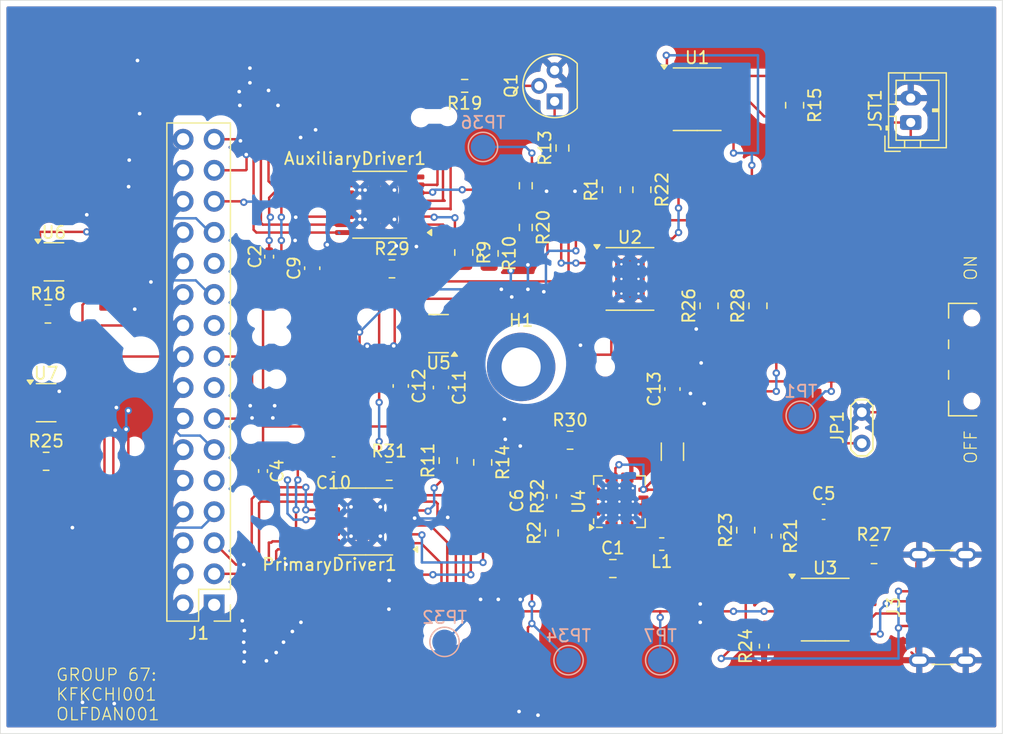
<source format=kicad_pcb>
(kicad_pcb (version 20241229) (generator "pcbnew") (generator_version "9.0")
  (layers (0 "F.Cu" signal) (2 "B.Cu" signal) (13 "F.Paste" user) (15 "B.Paste" user) (5 "F.SilkS" user "F.Silkscreen") (7 "B.SilkS" user "B.Silkscreen") (1 "F.Mask" user) (3 "B.Mask" user) (25 "Edge.Cuts" user))
  (net 0 "")
  (net 1 "MOTOR4_A_OUT")
  (net 2 "MOTOR4_CTRL2")
  (net 3 "MOTOR3_CTRL2")
  (net 4 "Net-(AuxiliaryDriver1-VCP)")
  (net 5 "5V")
  (net 6 "GND")
  (net 7 "MOTOR3_A_OUT")
  (net 8 "MOTOR3_CTRL1")
  (net 9 "Net-(AuxiliaryDriver1-BISEN)")
  (net 10 "Net-(AuxiliaryDriver1-~{SLEEP})")
  (net 11 "MOTOR4_B_OUT")
  (net 12 "MOTOR3_B_OUT")
  (net 13 "Net-(AuxiliaryDriver1-AISEN)")
  (net 14 "MOTOR4_CTRL1")
  (net 16 "Net-(AuxiliaryDriver1-VINT)")
  (net 17 "Net-(PrimaryDriver1-VCP)")
  (net 18 "Net-(U3-VBUS)")
  (net 19 "Net-(C13-Pad1)")
  (net 20 "VBAT_LOAD")
  (net 21 "Net-(PrimaryDriver1-VINT)")
  (net 22 "3V3")
  (net 23 "SWITCH")
  (net 25 "FAST_CHARGE_CTRL")
  (net 26 "MOTOR2_CTRL2")
  (net 27 "MOTOR1_CTRL2")
  (net 28 "EXT_LOAD2_OUT")
  (net 29 "MOTOR1_B_OUT")
  (net 30 "CTRL_EXT_LOAD1")
  (net 32 "MOTOR1_CTRL1")
  (net 33 "MOTOR2_CTRL1")
  (net 34 "EXT_LOAD1_OUT")
  (net 35 "MOTOR2_A_OUT")
  (net 36 "MOTOR2_B_OUT")
  (net 37 "CTRL_EXT_LOAD2")
  (net 39 "I2C1_SCL")
  (net 40 "MOTOR1_A_OUT")
  (net 41 "HV")
  (net 42 "I2C1_SDA")
  (net 43 "Net-(J3-VBUS-PadA9)")
  (net 44 "Net-(J3-CC2)")
  (net 45 "Net-(J3-CC1)")
  (net 46 "Net-(L1-Pad2)")
  (net 47 "Net-(PrimaryDriver1-~{SLEEP})")
  (net 49 "Net-(PrimaryDriver1-BISEN)")
  (net 50 "Net-(PrimaryDriver1-AISEN)")
  (net 51 "Net-(Q1-C)")
  (net 52 "Net-(Q1-B)")
  (net 53 "Net-(R2-Pad2)")
  (net 54 "Net-(U2-PROG)")
  (net 55 "Net-(R16-Pad2)")
  (net 56 "Net-(U3-VDD)")
  (net 57 "Net-(U3-DM)")
  (net 58 "Net-(U2-~{STDBY})")
  (net 59 "Net-(U3-PG)")
  (net 60 "Net-(U2-~{CHRG})")
  (net 61 "Net-(U4-FB)")
  (footprint "Capacitor_SMD:C_0402_1005Metric" (layer "F.Cu") (at 135.5 74.98 90)
    (property "Reference" "C2")
    (property "Value" "100n" (hide yes))
  )
  (footprint "Resistor_SMD:R_0805_2012Metric" (layer "F.Cu") (at 150.15 91.6625 90)
    (property "Reference" "R11")
    (property "Value" "0.2" (hide yes))
  )
  (footprint "Resistor_SMD:R_0402_1005Metric" (layer "F.Cu") (at 158.625 94.5975 90)
    (property "Reference" "R32")
    (property "Value" "1k" (hide yes))
  )
  (footprint "Resistor_SMD:R_0603_1608Metric_Pad0.98x0.95mm_HandSolder" (layer "F.Cu") (at 156.5 69.175 -90)
    (property "Reference" "R16" (hide yes))
    (property "Value" "3k" (hide yes))
  )
  (footprint "Package_SO:TSSOP-16-1EP_4.4x5mm_P0.65mm_EP3x3mm_ThermalVias" (layer "F.Cu") (at 144.55 70.73 180)
    (property "Reference" "AuxiliaryDriver1")
    (property "Value" "DRV8833PWP" (hide yes))
  )
  (footprint "Resistor_SMD:R_0402_1005Metric" (layer "F.Cu") (at 176 106.85 -90)
    (property "Reference" "R24")
    (property "Value" "1k")
  )
  (footprint "Package_TO_SOT_SMD:SOT-23-5" (layer "F.Cu") (at 149.3625 81.275 180)
    (property "Reference" "U5")
    (property "Value" "AP2112K-3.3" (hide yes))
  )
  (footprint "Resistor_SMD:R_0603_1608Metric_Pad0.98x0.95mm_HandSolder" (layer "F.Cu") (at 158.625 97.5875 90)
    (property "Reference" "R2")
    (property "Value" "30k" (hide yes))
  )
  (footprint "Package_SO:SOIC-8-1EP_3.9x4.9mm_P1.27mm_EP2.41x3.3mm_ThermalVias" (layer "F.Cu") (at 165.025 76.8)
    (property "Reference" "U2")
    (property "Value" "TP4056-42-ESOP8" (hide yes))
  )
  (footprint "Button_Switch_SMD:SW_SPDT_CK_JS102011SAQN" (layer "F.Cu") (at 193 83.4 90)
    (property "Reference" "ToggleSwitch1" (hide yes))
    (property "Value" "ON/OFF Switch" (hide yes))
  )
  (footprint "Package_TO_SOT_THT:TO-92" (layer "F.Cu") (at 158.86 62.27 90)
    (property "Reference" "Q1")
    (property "Value" "NPN" (hide yes))
  )
  (footprint "Resistor_SMD:R_0805_2012Metric" (layer "F.Cu") (at 153.5 74.7125 -90)
    (property "Reference" "R10")
    (property "Value" "0.2" (hide yes))
  )
  (footprint "Resistor_SMD:R_0805_2012Metric_Pad1.20x1.40mm_HandSolder" (layer "F.Cu") (at 166 69.5 -90)
    (property "Reference" "R22")
    (property "Value" "10k" (hide yes))
  )
  (footprint "Resistor_SMD:R_0603_1608Metric_Pad0.98x0.95mm_HandSolder" (layer "F.Cu") (at 156.5 72.5875 -90)
    (property "Reference" "R20")
    (property "Value" "3k" (hide yes))
  )
  (footprint "Resistor_SMD:R_0805_2012Metric_Pad1.20x1.40mm_HandSolder" (layer "F.Cu") (at 175.5 79 90)
    (property "Reference" "R28")
    (property "Value" "10k" (hide yes))
  )
  (footprint "Resistor_SMD:R_0805_2012Metric_Pad1.20x1.40mm_HandSolder" (layer "F.Cu") (at 117.4 79.675)
    (property "Reference" "R18")
    (property "Value" "10k" (hide yes))
  )
  (footprint "Package_SO:SSOP-10-1EP_3.9x4.9mm_P1mm_EP2.1x3.3mm" (layer "F.Cu") (at 181 103.86)
    (property "Reference" "U3")
    (property "Value" "CH224K" (hide yes))
  )
  (footprint "Connector_USB:USB_C_Receptacle_GCT_USB4125-xx-x-0190_6P_TopMnt_Horizontal" (layer "F.Cu") (at 191.7 103.68 90)
    (property "Reference" "J3")
    (property "Value" "USB_C_Receptacle_PowerOnly_6P" (hide yes))
  )
  (footprint "Capacitor_SMD:C_1206_3216Metric_Pad1.33x1.80mm_HandSolder" (layer "F.Cu") (at 168.5 90.9375 90)
    (property "Reference" "C6")
    (property "Value" "10µF" (hide yes))
  )
  (footprint "Capacitor_SMD:C_0402_1005Metric" (layer "F.Cu") (at 135 92.52 -90)
    (property "Reference" "C4")
    (property "Value" "100n" (hide yes))
  )
  (footprint "Capacitor_SMD:C_0504_1310Metric_Pad0.83x1.28mm_HandSolder" (layer "F.Cu") (at 168.5 85.81 90)
    (property "Reference" "C13")
    (property "Value" "1μ" (hide yes))
  )
  (footprint "Resistor_SMD:R_0805_2012Metric_Pad1.20x1.40mm_HandSolder" (layer "F.Cu") (at 145.55 75.975)
    (property "Reference" "R29")
    (property "Value" "10k" (hide yes))
  )
  (footprint "Capacitor_SMD:C_0504_1310Metric_Pad0.83x1.28mm_HandSolder" (layer "F.Cu") (at 139.025 75.9225 90)
    (property "Reference" "C9")
    (property "Value" "1μ" (hide yes))
  )
  (footprint "Package_SO:SOIC-8-1EP_3.9x4.9mm_P1.27mm_EP2.29x3mm" (layer "F.Cu") (at 170.525 62.095)
    (property "Reference" "U1")
    (property "Value" "INA219BxD")
  )
  (footprint "MountingHole:MountingHole_3.2mm_M3_DIN965_Pad" (layer "F.Cu") (at 156.12 84)
    (property "Reference" "H1")
    (property "Value" "MountingHole")
  )
  (footprint "Resistor_SMD:R_0603_1608Metric_Pad0.98x0.95mm_HandSolder" (layer "F.Cu") (at 159.5 66.0875 90)
    (property "Reference" "R13")
    (property "Value" "2k" (hide yes))
  )
  (footprint "Resistor_SMD:R_0805_2012Metric_Pad1.20x1.40mm_HandSolder" (layer "F.Cu") (at 185 99.36)
    (property "Reference" "R27")
    (property "Value" "10k" (hide yes))
  )
  (footprint "Capacitor_SMD:C_0504_1310Metric_Pad0.83x1.28mm_HandSolder" (layer "F.Cu") (at 140.7675 91.98 180)
    (property "Reference" "C10")
    (property "Value" "1μ" (hide yes))
  )
  (footprint "Connector_JST:JST_PH_B2B-PH-K_1x02_P2.00mm_Vertical" (layer "F.Cu") (at 188 64 90)
    (property "Reference" "JST1")
    (property "Value" "BatteryPins" (hide yes))
  )
  (footprint "Inductor_SMD:L_0603_1608Metric_Pad1.05x0.95mm_HandSolder" (layer "F.Cu") (at 167.625 98.5 180)
    (property "Reference" "L1")
    (property "Value" "4.7µH" (hide yes))
  )
  (footprint "Package_DFN_QFN:Texas_RSA_VQFN-16-1EP_4x4mm_P0.65mm_EP2.7x2.7mm_ThermalVias" (layer "F.Cu") (at 164.1625 95.025 90)
    (property "Reference" "U4")
    (property "Value" "TPS61090" (hide yes))
  )
  (footprint "Capacitor_SMD:C_0504_1310Metric_Pad0.83x1.28mm_HandSolder" (layer "F.Cu") (at 180.8725 95.86)
    (property "Reference" "C5")
    (property "Value" "1μ")
  )
  (footprint "Capacitor_SMD:C_0504_1310Metric_Pad0.83x1.28mm_HandSolder" (layer "F.Cu") (at 149.56 85.685 -90)
    (property "Reference" "C11")
    (property "Value" "1μ" (hide yes))
  )
  (footprint "Resistor_SMD:R_0805_2012Metric_Pad1.20x1.40mm_HandSolder" (layer "F.Cu") (at 117.25 91.725)
    (property "Reference" "R25")
    (property "Value" "10k" (hide yes))
  )
  (footprint "TestPoint:TestPoint_2Pads_Pitch2.54mm_Drill0.8mm" (layer "F.Cu") (at 184 90.25 90)
    (property "Reference" "JP1")
    (property "Value" "Jumper_2_Open" (hide yes))
  )
  (footprint "Resistor_SMD:R_0603_1608Metric_Pad0.98x0.95mm_HandSolder" (layer "F.Cu") (at 151.5 61 180)
    (property "Reference" "R19")
    (property "Value" "680" (hide yes))
  )
  (footprint "Resistor_SMD:R_0805_2012Metric_Pad1.20x1.40mm_HandSolder" (layer "F.Cu") (at 174.5 97.36 90)
    (property "Reference" "R23")
    (property "Value" "10k" (hide yes))
  )
  (footprint "Resistor_SMD:R_0805_2012Metric" (layer "F.Cu") (at 151.425 74.6375 -90)
    (property "Reference" "R9")
    (property "Value" "0.2")
  )
  (footprint "Package_SO:TSSOP-16-1EP_4.4x5mm_P0.65mm_EP3x3mm_ThermalVias" (layer "F.Cu") (at 143.4 96.65 180)
    (property "Reference" "PrimaryDriver1")
    (property "Value" "DRV8833PWP" (hide yes))
  )
  (footprint "Resistor_SMD:R_0805_2012Metric" (layer "F.Cu") (at 152.975 91.8125 -90)
    (property "Reference" "R14")
    (property "Value" "0.2" (hide yes))
  )
  (footprint "Connector_PinHeader_2.54mm:PinHeader_2x16_P2.54mm_Vertical" (layer "F.Cu") (at 131 103.47 180)
    (property "Reference" "J1")
    (property "Value" "MotherboardConnectors" (hide yes))
  )
  (footprint "Resistor_SMD:R_0805_2012Metric_Pad1.20x1.40mm_HandSolder" (layer "F.Cu") (at 163.5 69.5 90)
    (property "Reference" "R1")
    (property "Value" "10k")
  )
  (footprint "Package_TO_SOT_SMD:SOT-23-6" (layer "F.Cu") (at 117.8875 75.4)
    (property "Reference" "U6")
    (property "Value" "TPS22918" (hide yes))
  )
  (footprint "Resistor_SMD:R_0805_2012Metric_Pad1.20x1.40mm_HandSolder" (layer "F.Cu") (at 145.32 92.54)
    (property "Reference" "R31")
    (property "Value" "10k" (hide yes))
  )
  (footprint "Resistor_SMD:R_0805_2012Metric_Pad1.20x1.40mm_HandSolder" (layer "F.Cu") (at 171.5 79 90)
    (property "Reference" "R26")
    (property "Value" "10k" (hide yes))
  )
  (footprint "Capacitor_SMD:C_0805_2012Metric_Pad1.18x1.45mm_HandSolder" (layer "F.Cu") (at 163.625 100.5)
    (property "Reference" "C1")
    (property "Value" "22µF" (hide yes))
  )
  (footprint "Capacitor_SMD:C_0504_1310Metric_Pad0.83x1.28mm_HandSolder" (layer "F.Cu") (at 146.27 85.56 -90)
    (property "Reference" "C12")
    (property "Value" "1μ" (hide yes))
  )
  (footprint "Resistor_SMD:R_0805_2012Metric_Pad1.20x1.40mm_HandSolder" (layer "F.Cu") (at 160.125 90)
    (property "Reference" "R30")
    (property "Value" "10k" (hide yes))
  )
  (footprint "Package_TO_SOT_SMD:SOT-23-6" (layer "F.Cu") (at 117.25 86.925)
    (property "Reference" "U7")
    (property "Value" "TPS22918" (hide yes))
  )
  (footprint "Resistor_SMD:R_0402_1005Metric" (layer "F.Cu") (at 177 97.85 -90)
    (property "Reference" "R21")
    (property "Value" "1k" (hide yes))
  )
  (footprint "Resistor_SMD:R_0805_2012Metric" (layer "F.Cu") (at 178.5 62.5875 -90)
    (property "Reference" "R15")
    (property "Value" "0.2" (hide yes))
  )
  (footprint "TestPoint:TestPoint_Pad_D2.0mm" (layer "B.Cu") (at 153 66 180)
    (property "Reference" "TP36")
    (property "Value" "TP_CHARGE")
  )
  (footprint "TestPoint:TestPoint_Pad_D2.0mm" (layer "B.Cu") (at 160 108 180)
    (property "Reference" "TP34")
    (property "Value" "TP_5V_OUT")
  )
  (footprint "TestPoint:TestPoint_Pad_D2.0mm" (layer "B.Cu") (at 167.5 108 180)
    (property "Reference" "TP7")
    (property "Value" "TP_9V")
  )
  (footprint "TestPoint:TestPoint_Pad_D2.0mm" (layer "B.Cu") (at 149.85 106.5 180)
    (property "Reference" "TP32")
    (property "Value" "TP_3V3_OUT")
  )
  (footprint "TestPoint:TestPoint_Pad_D2.0mm" (layer "B.Cu") (at 179 88 180)
    (property "Reference" "TP1")
    (property "Value" "TP_SWITCH")
  )
  (gr_rect (start 113.5 54) (end 195.5 114) (stroke (width 0.05)) (fill no) (layer "Edge.Cuts"))
  (gr_text "GROUP 67:\nKFKCHI001\nOLFDAN001\n" (at 118 113 0) (layer "F.SilkS") (effects (font (size 1 1) (thickness 0.1)) (justify left bottom)))
  (gr_text "ON\n" (at 193.5 77 90) (layer "F.SilkS") (effects (font (size 1 1) (thickness 0.1)) (justify left bottom)))
  (gr_text "OFF" (at 193.5 92 90) (layer "F.SilkS") (effects (font (size 1 1) (thickness 0.1)) (justify left bottom)))
  (segment (start 131 100.93) (end 132.83 100.93) (width 0.2) (layer "F.Cu") (net 1))
  (segment (start 149.3 95.2) (end 149.125 95.025) (width 0.2) (layer "F.Cu") (net 1))
  (segment (start 138.1 103.25) (end 138.125 103.225) (width 0.2) (layer "F.Cu") (net 1))
  (segment (start 150.775 97.825) (end 149.375 96.425) (width 0.2) (layer "F.Cu") (net 1))
  (segment (start 132.83 100.93) (end 133.175 101.275) (width 0.2) (layer "F.Cu") (net 1))
  (segment (start 149.275 95.225) (end 149.3 95.2) (width 0.2) (layer "F.Cu") (net 1))
  (segment (start 138.1 104.9) (end 138.1 103.25) (width 0.2) (layer "F.Cu") (net 1))
  (segment (start 150.775 102.75) (end 150.775 97.825) (width 0.2) (layer "F.Cu") (net 1))
  (segment (start 138.125 103.225) (end 150.3 103.225) (width 0.2) (layer "F.Cu") (net 1))
  (segment (start 150.3 103.225) (end 150.775 102.75) (width 0.2) (layer "F.Cu") (net 1))
  (segment (start 149.275 96.425) (end 149.275 95.225) (width 0.2) (layer "F.Cu") (net 1))
  (segment (start 133.175 104.65) (end 133.3 104.775) (width 0.2) (layer "F.Cu") (net 1))
  (segment (start 149.375 96.425) (end 149.275 96.425) (width 0.2) (layer "F.Cu") (net 1))
  (segment (start 133.175 101.275) (end 133.175 104.65) (width 0.2) (layer "F.Cu") (net 1))
  (segment (start 149.125 95.025) (end 146.275 95.025) (width 0.2) (layer "F.Cu") (net 1))
  (via (at 138.1 104.9) (size 0.6) (drill 0.3) (layers "F.Cu" "B.Cu") (net 1))
  (via (at 133.3 104.775) (size 0.6) (drill 0.3) (layers "F.Cu" "B.Cu") (net 1))
  (segment (start 133.425 104.9) (end 138.1 104.9) (width 0.2) (layer "B.Cu") (net 1))
  (segment (start 133.3 104.775) (end 133.425 104.9) (width 0.2) (layer "B.Cu") (net 1))
  (segment (start 124.575 93.675) (end 124.575 109.075) (width 0.2) (layer "F.Cu") (net 2))
  (segment (start 124.575 109.075) (end 124.775 109.275) (width 0.2) (layer "F.Cu") (net 2))
  (segment (start 134.675 95.15) (end 134.8 95.025) (width 0.2) (layer "F.Cu") (net 2))
  (segment (start 134.8 95.025) (end 140.525 95.025) (width 0.2) (layer "F.Cu") (net 2))
  (segment (start 124.775 109.275) (end 134.675 109.275) (width 0.2) (layer "F.Cu") (net 2))
  (segment (start 134.675 109.275) (end 134.675 95.15) (width 0.2) (layer "F.Cu") (net 2))
  (segment (start 124.94 93.31) (end 124.575 93.675) (width 0.2) (layer "F.Cu") (net 2))
  (segment (start 128.46 93.31) (end 124.94 93.31) (width 0.2) (layer "F.Cu") (net 2))
  (segment (start 141.675 72.355) (end 134.98 72.355) (width 0.2) (layer "F.Cu") (net 3))
  (segment (start 134.98 72.355) (end 134.825 72.2) (width 0.2) (layer "F.Cu") (net 3))
  (segment (start 134.825 72.2) (end 134.825 60.15) (width 0.2) (layer "F.Cu") (net 3))
  (segment (start 134.825 60.15) (end 122.7 60.15) (width 0.2) (layer "F.Cu") (net 3))
  (segment (start 122.325 60.525) (end 122.325 72.975) (width 0.2) (layer "F.Cu") (net 3))
  (segment (start 122.5 72.975) (end 122.515 72.99) (width 0.2) (layer "F.Cu") (net 3))
  (segment (start 122.515 72.99) (end 128.46 72.99) (width 0.2) (layer "F.Cu") (net 3))
  (segment (start 122.7 60.15) (end 122.325 60.525) (width 0.2) (layer "F.Cu") (net 3))
  (segment (start 122.325 72.975) (end 122.5 72.975) (width 0.2) (layer "F.Cu") (net 3))
  (segment (start 135.85 93.85) (end 138.5 93.85) (width 0.2) (layer "F.Cu") (net 4))
  (segment (start 135 93) (end 135.85 93.85) (width 0.2) (layer "F.Cu") (net 4))
  (segment (start 140.2 95.7) (end 140.25 95.75) (width 0.2) (layer "F.Cu") (net 4))
  (segment (start 138.5 95.7) (end 140.2 95.7) (width 0.2) (layer "F.Cu") (net 4))
  (via (at 138.5 93.85) (size 0.6) (drill 0.3) (layers "F.Cu" "B.Cu") (net 4))
  (via (at 138.5 95.7) (size 0.6) (drill 0.3) (layers "F.Cu" "B.Cu") (net 4))
  (segment (start 138.5 93.85) (end 138.5 95.7) (width 0.2) (layer "B.Cu") (net 4))
  (segment (start 136.5 73.65) (end 136.5 76.5) (width 0.2) (layer "F.Cu") (net 5))
  (segment (start 152 80.325) (end 150.5 80.325) (width 0.2) (layer "F.Cu") (net 5))
  (segment (start 157 89.2) (end 157.0875 89.1125) (width 0.2) (layer "F.Cu") (net 5))
  (segment (start 157 105) (end 156.675 105.325) (width 0.2) (layer "F.Cu") (net 5))
  (segment (start 136.6 70.4) (end 136.5 70.5) (width 0.2) (layer "F.Cu") (net 5))
  (segment (start 171.5 81.5) (end 163.5 81.5) (width 0.2) (layer "F.Cu") (net 5))
  (segment (start 156.675 112.95) (end 121.45 112.95) (width 0.2) (layer "F.Cu") (net 5))
  (segment (start 160.5 83) (end 159.975 82.475) (width 0.2) (layer "F.Cu") (net 5))
  (segment (start 140.25 96.4) (end 138.6 96.4) (width 0.2) (layer "F.Cu") (net 5))
  (segment (start 162.2 96) (end 160.625 96) (width 0.2) (layer "F.Cu") (net 5))
  (segment (start 163.125 98.5) (end 163.125 97.05) (width 0.2) (layer "F.Cu") (net 5))
  (segment (start 121.79 80.61) (end 124.425 80.61) (width 0.2) (layer "F.Cu") (net 5))
  (segment (start 156.675 105.325) (end 156.675 112.95) (width 0.2) (layer "F.Cu") (net 5))
  (segment (start 121.575 80.825) (end 121.79 80.61) (width 0.2) (layer "F.Cu") (net 5))
  (segment (start 175.5 80) (end 175.5 82.5) (width 0.2) (layer "F.Cu") (net 5))
  (segment (start 150.5 82.225) (end 151.935 82.225) (width 0.2) (layer "F.Cu") (net 5))
  (segment (start 159.66 82.16) (end 159.66 78.96) (width 0.2) (layer "F.Cu") (net 5))
  (segment (start 141.25 70.4) (end 136.6 70.4) (width 0.2) (layer "F.Cu") (net 5))
  (segment (start 149.56 86.3125) (end 152.0175 86.3125) (width 0.2) (layer "F.Cu") (net 5))
  (segment (start 152 82.16) (end 152 80.325) (width 0.2) (layer "F.Cu") (net 5))
  (segment (start 157 102.125) (end 157 103.4) (width 0.2) (layer "F.Cu") (net 5))
  (segment (start 160.625 98.5) (end 163.125 98.5) (width 0.2) (layer "F.Cu") (net 5))
  (segment (start 157 102.125) (end 157 89.2) (width 0.2) (layer "F.Cu") (net 5))
  (segment (start 136.5 70.5) (end 136.5 71.75) (width 0.2) (layer "F.Cu") (net 5))
  (segment (start 158.625 98.5) (end 160.625 98.5) (width 0.2) (layer "F.Cu") (net 5))
  (segment (start 152 86.13) (end 152 82.16) (width 0.2) (layer "F.Cu") (net 5))
  (segment (start 121.45 112.95) (end 121.35 113.05) (width 0.2) (layer "F.Cu") (net 5))
  (segment (start 157.125 102) (end 157 102) (width 0.2) (layer "F.Cu") (net 5))
  (segment (start 151.94 79.1) (end 151.94 80.265) (width 0.2) (layer "F.Cu") (net 5))
  (segment (start 162.5 83) (end 160.5 83) (width 0.2) (layer "F.Cu") (net 5))
  (segment (start 163.5 81.5) (end 163.5 83) (width 0.2) (layer "F.Cu") (net 5))
  (segment (start 116.75 74.45) (end 116.75 73.15) (width 0.2) (layer "F.Cu") (net 5))
  (segment (start 175.5 82.5) (end 175 83) (width 0.2) (layer "F.Cu") (net 5))
  (segment (start 156.85 88.875) (end 135 88.875) (width 0.2) (layer "F.Cu") (net 5))
  (segment (start 163.125 97.05) (end 163.1875 96.9875) (width 0.2) (layer "F.Cu") (net 5))
  (segment (start 151.94 80.265) (end 152 80.325) (width 0.2) (layer "F.Cu") (net 5))
  (segment (start 163.5 79.655) (end 163.5 81.5) (width 0.2) (layer "F.Cu") (net 5))
  (segment (start 124.5 79.275) (end 124.5 80.535) (width 0.2) (layer "F.Cu") (net 5))
  (segment (start 152.08 78.96) (end 151.94 79.1) (width 0.2) (layer "F.Cu") (net 5))
  (segment (start 162.55 78.705) (end 163.5 79.655) (width 0.2) (layer "F.Cu") (net 5))
  (segment (start 159.975 86.225) (end 159.975 82.475) (width 0.2) (layer "F.Cu") (net 5))
  (segment (start 116.55 72.95) (end 120.575 72.95) (width 0.2) (layer "F.Cu") (net 5))
  (segment (start 159.975 82.475) (end 159.66 82.16) (width 0.2) (layer "F.Cu") (net 5))
  (segment (start 162.5875 100.5) (end 160.625 100.5) (width 0.2) (layer "F.Cu") (net 5))
  (segment (start 124.425 80.61) (end 128.46 80.61) (width 0.2) (layer "F.Cu") (net 5))
  (segment (start 135.5 75.46) (end 135.5 76.5) (width 0.2) (layer "F.Cu") (net 5))
  (segment (start 175 83) (end 163.5 83) (width 0.2) (layer "F.Cu") (net 5))
  (segment (start 136.5 76.5) (end 135.5 76.5) (width 0.2) (layer "F.Cu") (net 5))
  (segment (start 162.2 95.35) (end 160.775 95.35) (width 0.2) (layer "F.Cu") (net 5))
  (segment (start 135 92.04) (end 135 88.875) (width 0.2) (layer "F.Cu") (net 5))
  (segment (start 152.0175 86.3125) (end 152.1 86.23) (width 0.2) (layer "F.Cu") (net 5))
  (segment (start 135 77) (end 135.5 76.5) (width 0.2) (layer "F.Cu") (net 5))
  (segment (start 171.5 80) (end 171.5 81.5) (width 0.2) (layer "F.Cu") (net 5))
  (segment (start 121.35 80.825) (end 121.575 80.825) (width 0.2) (layer "F.Cu") (net 5))
  (segment (start 160.625 96) (end 160.625 98.5) (width 0.2) (layer "F.Cu") (net 5))
  (segment (start 151.935 82.225) (end 152 82.16) (width 0.2) (layer "F.Cu") (net 5))
  (segment (start 159.66 78.96) (end 152.08 78.96) (width 0.2) (layer "F.Cu") (net 5))
  (segment (start 163.5 83) (end 162.5 83) (width 0.2) (layer "F.Cu") (net 5))
  (segment (start 121.35 113.05) (end 121.35 80.825) (width 0.2) (layer "F.Cu") (net 5))
  (segment (start 160.625 98.5) (end 157.125 102) (width 0.2) (layer "F.Cu") (net 5))
  (segment (start 124.5 80.535) (end 124.425 80.61) (width 0.2) (layer "F.Cu") (net 5))
  (segment (start 157.0875 89.1125) (end 159.975 86.225) (width 0.2) (layer "F.Cu") (net 5))
  (segment (start 157.0875 89.1125) (end 156.85 88.875) (width 0.2) (layer "F.Cu") (net 5))
  (segment (start 160.625 100.5) (end 160.625 98.5) (width 0.2) (layer "F.Cu") (net 5))
  (segment (start 135 88.875) (end 135 77) (width 0.2) (layer "F.Cu") (net 5))
  (segment (start 138.6 96.4) (end 138.5 96.5) (width 0.2) (layer "F.Cu") (net 5))
  (segment (start 160.625 95.5) (end 160.625 96) (width 0.2) (layer "F.Cu") (net 5))
  (segment (start 116.75 73.15) (end 116.55 72.95) (width 0.2) (layer "F.Cu") (net 5))
  (segment (start 160.775 95.35) (end 160.625 95.5) (width 0.2) (layer "F.Cu") (net 5))
  (segment (start 157 102) (end 157 102.125) (width 0.2) (layer "F.Cu") (net 5))
  (segment (start 152.1 86.23) (end 152 86.13) (width 0.2) (layer "F.Cu") (net 5))
  (via (at 137 93.25) (size 0.6) (drill 0.3) (layers "F.Cu" "B.Cu") (net 5))
  (via (at 120.575 72.95) (size 0.6) (drill 0.3) (layers "F.Cu" "B.Cu") (net 5))
  (via (at 136.5 73.65) (size 0.6) (drill 0.3) (layers "F.Cu" "B.Cu") (net 5))
  (via (at 136.5 71.75) (size 0.6) (drill 0.3) (layers "F.Cu" "B.Cu") (net 5))
  (via (at 157 105) (size 0.6) (drill 0.3) (layers "F.Cu" "B.Cu") (net 5))
  (via (at 124.5 79.275) (size 0.6) (drill 0.3) (layers "F.Cu" "B.Cu") (net 5))
  (via (at 138.5 96.5) (size 0.6) (drill 0.3) (layers "F.Cu" "B.Cu") (net 5))
  (via (at 157 103.4) (size 0.6) (drill 0.3) (layers "F.Cu" "B.Cu") (net 5))
  (segment (start 137.5 96.5) (end 137 96) (width 0.2) (layer "B.Cu") (net 5))
  (segment (start 160 108) (end 157 105) (width 0.2) (layer "B.Cu") (net 5))
  (segment (start 157 103.4) (end 157 105) (width 0.2) (layer "B.Cu") (net 5))
  (segment (start 122.425 74.575) (end 124.675 74.575) (width 0.2) (layer "B.Cu") (net 5))
  (segment (start 120.575 72.95) (end 122.2 74.575) (width 0.2) (layer "B.Cu") (net 5))
  (segment (start 122.2 74.575) (end 122.425 74.575) (width 0.2) (layer "B.Cu") (net 5))
  (segment (start 124.675 74.575) (end 124.675 79.1) (width 0.2) (layer "B.Cu") (net 5))
  (segment (start 137 96) (end 137 93.25) (width 0.2) (layer "B.Cu") (net 5))
  (segment (start 136.5 71.75) (end 136.5 73.65) (width 0.2) (layer "B.Cu") (net 5))
  (segment (start 124.675 79.1) (end 124.5 79.275) (width 0.2) (layer "B.Cu") (net 5))
  (segment (start 138.5 96.5) (end 137.5 96.5) (width 0.2) (layer "B.Cu") (net 5))
  (segment (start 161.125 94) (end 162.15 94) (width 0.2) (layer "F.Cu") (net 6))
  (segment (start 190 88) (end 190.25 87.75) (width 0.2) (layer "F.Cu") (net 6))
  (segment (start 189.71 87.71) (end 190 88) (width 0.2) (layer "F.Cu") (net 6))
  (segment (start 188.06 107.36) (end 188.7 108) (width 0.2) (layer "F.Cu") (net 6))
  (segment (start 181.5 103.36) (end 181 103.86) (width 0.2) (layer "F.Cu") (net 6))
  (segment (start 161.125 90.5) (end 161.125 94) (width 0.2) (layer "F.Cu") (net 6))
  (segment (start 168.5 98.375) (end 166.125 96) (width 0.2) (layer "F.Cu") (net 6))
  (segment (start 190.25 87.75) (end 190.25 85.9) (width 0.2) (layer "F.Cu") (net 6))
  (segment (start 184 87.71) (end 189.71 87.71) (width 0.2) (layer "F.Cu") (net 6))
  (segment (start 162.15 94) (end 162.2 94.05) (width 0.2) (layer "F.Cu") (net 6))
  (segment (start 149.85 72.475) (end 149.73 72.355) (width 0.2) (layer "F.Cu") (net 7))
  (segment (start 149.73 72.355) (end 147.425 72.355) (width 0.2) (layer "F.Cu") (net 7))
  (segment (start 147.55 74.15) (end 149.675 74.15) (width 0.2) (layer "F.Cu") (net 7))
  (segment (start 131 70.45) (end 133.35 70.45) (width 0.2) (layer "F.Cu") (net 7))
  (segment (start 149.8 74.275) (end 149.8 72.525) (width 0.2) (layer "F.Cu") (net 7))
  (segment (start 149.675 74.15) (end 149.8 74.275) (width 0.2) (layer "F.Cu") (net 7))
  (segment (start 133.35 70.45) (end 133.425 70.525) (width 0.2) (layer "F.Cu") (net 7))
  (segment (start 140.25 74) (end 145.8 74) (width 0.2) (layer "F.Cu") (net 7))
  (segment (start 145.8 74) (end 145.9 74.1) (width 0.2) (layer "F.Cu") (net 7))
  (segment (start 149.8 72.525) (end 149.85 72.475) (width 0.2) (layer "F.Cu") (net 7))
  (via (at 145.9 74.1) (size 0.6) (drill 0.3) (layers "F.Cu" "B.Cu") (net 7))
  (via (at 147.55 74.15) (size 0.6) (drill 0.3) (layers "F.Cu" "B.Cu") (net 7))
  (via (at 133.425 70.525) (size 0.6) (drill 0.3) (layers "F.Cu" "B.Cu") (net 7))
  (via (at 140.25 74) (size 0.6) (drill 0.3) (layers "F.Cu" "B.Cu") (net 7))
  (segment (start 145.9 74.1) (end 147.5 74.1) (width 0.2) (layer "B.Cu") (net 7))
  (segment (start 147.5 74.1) (end 147.55 74.15) (width 0.2) (layer "B.Cu") (net 7))
  (segment (start 133.425 70.525) (end 133.475 70.475) (width 0.2) (layer "B.Cu") (net 7))
  (segment (start 140.25 70.475) (end 140.25 74) (width 0.2) (layer "B.Cu") (net 7))
  (segment (start 133.475 70.475) (end 140.25 70.475) (width 0.2) (layer "B.Cu") (net 7))
  (segment (start 140.025 70.425) (end 140.075 70.475) (width 0.2) (layer "B.Cu") (net 7))
  (segment (start 134.455 73.005) (end 134.225 72.775) (width 0.2) (layer "F.Cu") (net 8))
  (segment (start 121.425 74.975) (end 121.425 59.575) (width 0.2) (layer "F.Cu") (net 8))
  (segment (start 121.98 75.53) (end 121.425 74.975) (width 0.2) (layer "F.Cu") (net 8))
  (segment (start 121.425 59.575) (end 133.9 59.575) (width 0.2) (layer "F.Cu") (net 8))
  (segment (start 134.225 72.775) (end 134.225 61.05) (width 0.2) (layer "F.Cu") (net 8))
  (segment (start 134.225 61.05) (end 133.925 60.75) (width 0.2) (layer "F.Cu") (net 8))
  (segment (start 128.46 75.53) (end 121.98 75.53) (width 0.2) (layer "F.Cu") (net 8))
  (segment (start 141.675 73.005) (end 134.455 73.005) (width 0.2) (layer "F.Cu") (net 8))
  (segment (start 133.9 59.575) (end 133.925 59.55) (width 0.2) (layer "F.Cu") (net 8))
  (via (at 133.925 59.55) (size 0.6) (drill 0.3) (layers "F.Cu" "B.Cu") (net 8))
  (via (at 133.925 60.75) (size 0.6) (drill 0.3) (layers "F.Cu" "B.Cu") (net 8))
  (segment (start 141.2 73) (end 141.25 73.05) (width 0.2) (layer "B.Cu") (net 8))
  (segment (start 133.925 60.75) (end 133.925 59.55) (width 0.2) (layer "B.Cu") (net 8))
  (segment (start 151.3 69.5) (end 153.5 69.5) (width 0.2) (layer "F.Cu") (net 9))
  (segment (start 148.828304 69.75) (end 148.878304 69.7) (width 0.2) (layer "F.Cu") (net 9))
  (segment (start 147 69.75) (end 148.828304 69.75) (width 0.2) (layer "F.Cu") (net 9))
  (segment (start 153.5 69.5) (end 153.5 73.5875) (width 0.2) (layer "F.Cu") (net 9))
  (via (at 151.3 69.5) (size 0.6) (drill 0.3) (layers "F.Cu" "B.Cu") (net 9))
  (via (at 148.878304 69.7) (size 0.6) (drill 0.3) (layers "F.Cu" "B.Cu") (net 9))
  (segment (start 148.878304 69.7) (end 149.078304 69.5) (width 0.2) (layer "B.Cu") (net 9))
  (segment (start 149.078304 69.5) (end 151.3 69.5) (width 0.2) (layer "B.Cu") (net 9))
  (segment (start 146.5 73.5) (end 146.5 76) (width 0.2) (layer "F.Cu") (net 10))
  (segment (start 147 73) (end 146.5 73.5) (width 0.2) (layer "F.Cu") (net 10))
  (segment (start 132.785 100.175) (end 133.425 100.175) (width 0.2) (layer "F.Cu") (net 11))
  (segment (start 147.405519 96.375) (end 146.325 96.375) (width 0.2) (layer "F.Cu") (net 11))
  (segment (start 151.4 103.15) (end 151.4 96.675) (width 0.2) (layer "F.Cu") (net 11))
  (segment (start 145.3 103.825) (end 150.775 103.825) (width 0.2) (layer "F.Cu") (net 11))
  (segment (start 150.775 103.825) (end 151.425 103.175) (width 0.2) (layer "F.Cu") (net 11))
  (segment (start 151.4 96.675) (end 150.47353 96.675) (width 0.2) (layer "F.Cu") (net 11))
  (segment (start 136.875 100.15) (end 145.325 100.15) (width 0.2) (layer "F.Cu") (net 11))
  (segment (start 146.325 96.375) (end 146.275 96.325) (width 0.2) (layer "F.Cu") (net 11))
  (segment (start 145.325 100.15) (end 145.325 101.475) (width 0.2) (layer "F.Cu") (net 11))
  (segment (start 131 98.39) (end 132.785 100.175) (width 0.2) (layer "F.Cu") (net 11))
  (segment (start 151.425 103.175) (end 151.4 103.15) (width 0.2) (layer "F.Cu") (net 11))
  (segment (start 150.47353 96.675) (end 150.111765 96.313235) (width 0.2) (layer "F.Cu") (net 11))
  (via (at 150.111765 96.313235) (size 0.6) (drill 0.3) (layers "F.Cu" "B.Cu") (net 11))
  (via (at 145.325 101.475) (size 0.6) (drill 0.3) (layers "F.Cu" "B.Cu") (net 11))
  (via (at 147.405519 96.375) (size 0.6) (drill 0.3) (layers "F.Cu" "B.Cu") (net 11))
  (via (at 145.3 103.825) (size 0.6) (drill 0.3) (layers "F.Cu" "B.Cu") (net 11))
  (via (at 133.425 100.175) (size 0.6) (drill 0.3) (layers "F.Cu" "B.Cu") (net 11))
  (via (at 136.875 100.15) (size 0.6) (drill 0.3) (layers "F.Cu" "B.Cu") (net 11))
  (segment (start 147.431519 96.401) (end 147.405519 96.375) (width 0.2) (layer "B.Cu") (net 11))
  (segment (start 145.325 103.8) (end 145.3 103.825) (width 0.2) (layer "B.Cu") (net 11))
  (segment (start 133.425 100.175) (end 136.85 100.175) (width 0.2) (layer "B.Cu") (net 11))
  (segment (start 150.024 96.401) (end 147.431519 96.401) (width 0.2) (layer "B.Cu") (net 11))
  (segment (start 136.85 100.175) (end 136.875 100.15) (width 0.2) (layer "B.Cu") (net 11))
  (segment (start 145.325 101.475) (end 145.325 103.8) (width 0.2) (layer "B.Cu") (net 11))
  (segment (start 150.111765 96.313235) (end 150.024 96.401) (width 0.2) (layer "B.Cu") (net 11))
  (segment (start 150.35 71.1) (end 150.305 71.055) (width 0.2) (layer "F.Cu") (net 12))
  (segment (start 150.305 71.055) (end 147.425 71.055) (width 0.2) (layer "F.Cu") (net 12))
  (segment (start 133.59 67.91) (end 133.65 67.85) (width 0.2) (layer "F.Cu") (net 12))
  (segment (start 150.35 64.675) (end 150.35 71.1) (width 0.2) (layer "F.Cu") (net 12))
  (segment (start 133.65 67.85) (end 133.65 66.65) (width 0.2) (layer "F.Cu") (net 12))
  (segment (start 150.275 64.6) (end 150.35 64.675) (width 0.2) (layer "F.Cu") (net 12))
  (segment (start 131 67.91) (end 133.59 67.91) (width 0.2) (layer "F.Cu") (net 12))
  (segment (start 139.3 64.6) (end 150.275 64.6) (width 0.2) (layer "F.Cu") (net 12))
  (segment (start 133.65 66.65) (end 133.625 66.625) (width 0.2) (layer "F.Cu") (net 12))
  (via (at 133.625 66.625) (size 0.6) (drill 0.3) (layers "F.Cu" "B.Cu") (net 12))
  (via (at 139.3 64.6) (size 0.6) (drill 0.3) (layers "F.Cu" "B.Cu") (net 12))
  (segment (start 138.125 66.625) (end 139.3 65.45) (width 0.2) (layer "B.Cu") (net 12))
  (segment (start 133.625 66.625) (end 138.125 66.625) (width 0.2) (layer "B.Cu") (net 12))
  (segment (start 139.3 65.45) (end 139.3 64.6) (width 0.2) (layer "B.Cu") (net 12))
  (segment (start 148.95 71.7) (end 149 71.75) (width 0.2) (layer "F.Cu") (net 13))
  (segment (start 147 71.7) (end 148.95 71.7) (width 0.2) (layer "F.Cu") (net 13))
  (segment (start 150.7 71.800003) (end 150.7 73.2875) (width 0.2) (layer "F.Cu") (net 13))
  (segment (start 150.7 73.2875) (end 151 73.5875) (width 0.2) (layer "F.Cu") (net 13))
  (via (at 150.7 71.800003) (size 0.6) (drill 0.3) (layers "F.Cu" "B.Cu") (net 13))
  (via (at 149 71.75) (size 0.6) (drill 0.3) (layers "F.Cu" "B.Cu") (net 13))
  (segment (start 150.649997 71.75) (end 150.7 71.800003) (width 0.2) (layer "B.Cu") (net 13))
  (segment (start 149 71.75) (end 150.649997 71.75) (width 0.2) (layer "B.Cu") (net 13))
  (segment (start 134.05 108.725) (end 134.075 108.75) (width 0.2) (layer "F.Cu") (net 14))
  (segment (start 128.46 95.85) (end 125.55 95.85) (width 0.2) (layer "F.Cu") (net 14))
  (segment (start 134.075 108.75) (end 134.075 94.8) (width 0.2) (layer "F.Cu") (net 14))
  (segment (start 125.25 108.725) (end 134.05 108.725) (width 0.2) (layer "F.Cu") (net 14))
  (segment (start 125.15 96.25) (end 125.25 96.35) (width 0.2) (layer "F.Cu") (net 14))
  (segment (start 140.45 94.45) (end 140.525 94.375) (width 0.2) (layer "F.Cu") (net 14))
  (segment (start 134.075 94.8) (end 134.425 94.45) (width 0.2) (layer "F.Cu") (net 14))
  (segment (start 125.25 96.35) (end 125.25 108.725) (width 0.2) (layer "F.Cu") (net 14))
  (segment (start 134.425 94.45) (end 140.45 94.45) (width 0.2) (layer "F.Cu") (net 14))
  (segment (start 125.55 95.85) (end 125.15 96.25) (width 0.2) (layer "F.Cu") (net 14))
  (segment (start 141.2 71.75) (end 141.25 71.7) (width 0.2) (layer "F.Cu") (net 16))
  (segment (start 137.725 73.75) (end 137.625 73.65) (width 0.2) (layer "F.Cu") (net 16))
  (segment (start 138.575 75.1975) (end 137.725 75.1975) (width 0.2) (layer "F.Cu") (net 16))
  (segment (start 137.725 75.1975) (end 137.725 73.75) (width 0.2) (layer "F.Cu") (net 16))
  (segment (start 137.675 71.75) (end 137.72 71.705) (width 0.2) (layer "F.Cu") (net 16))
  (segment (start 137.725 75.1975) (end 137.575 75.1975) (width 0.2) (layer "F.Cu") (net 16))
  (segment (start 137.72 71.705) (end 141.675 71.705) (width 0.2) (layer "F.Cu") (net 16))
  (via (at 137.625 73.65) (size 0.6) (drill 0.3) (layers "F.Cu" "B.Cu") (net 16))
  (via (at 137.675 71.75) (size 0.6) (drill 0.3) (layers "F.Cu" "B.Cu") (net 16))
  (segment (start 137.575 73.6) (end 137.575 71.7) (width 0.2) (layer "B.Cu") (net 16))
  (segment (start 135.6 71.75) (end 135.5 71.65) (width 0.2) (layer "F.Cu") (net 17))
  (segment (start 135.5 70.149943) (end 135.899943 69.75) (width 0.2) (layer "F.Cu") (net 17))
  (segment (start 135.899943 69.75) (end 141.25 69.75) (width 0.2) (layer "F.Cu") (net 17))
  (segment (start 135.5 74.5) (end 135.5 73.65) (width 0.2) (layer "F.Cu") (net 17))
  (segment (start 135.5 71.65) (end 135.5 70.149943) (width 0.2) (layer "F.Cu") (net 17))
  (via (at 135.6 71.75) (size 0.6) (drill 0.3) (layers "F.Cu" "B.Cu") (net 17))
  (via (at 135.5 73.65) (size 0.6) (drill 0.3) (layers "F.Cu" "B.Cu") (net 17))
  (segment (start 135.5 71.85) (end 135.6 71.75) (width 0.2) (layer "B.Cu") (net 17))
  (segment (start 135.5 73.65) (end 135.5 71.85) (width 0.2) (layer "B.Cu") (net 17))
  (segment (start 179.745 96.36) (end 180.245 95.86) (width 0.2) (layer "F.Cu") (net 18))
  (segment (start 174.5 96.36) (end 177 96.36) (width 0.2) (layer "F.Cu") (net 18))
  (segment (start 177 96.36) (end 179.745 96.36) (width 0.2) (layer "F.Cu") (net 18))
  (segment (start 177 97.34) (end 177 96.36) (width 0.2) (layer "F.Cu") (net 18))
  (segment (start 168.5 86.4375) (end 168.5 89.375) (width 0.2) (layer "F.Cu") (net 19))
  (segment (start 167.675 92.5) (end 166.125 94.05) (width 0.2) (layer "F.Cu") (net 20))
  (segment (start 176.014999 63.5) (end 176 63.485001) (width 0.2) (layer "F.Cu") (net 20))
  (segment (start 169.95 94.05) (end 166.125 94.05) (width 0.2) (layer "F.Cu") (net 20))
  (segment (start 177 86) (end 171 86) (width 0.2) (layer "F.Cu") (net 20))
  (segment (start 168.5 92.5) (end 167.675 92.5) (width 0.2) (layer "F.Cu") (net 20))
  (segment (start 170 94) (end 169.95 94.05) (width 0.2) (layer "F.Cu") (net 20))
  (segment (start 171 86) (end 170.5 86.5) (width 0.2) (layer "F.Cu") (net 20))
  (segment (start 176 63.485001) (end 173.974999 61.46) (width 0.2) (layer "F.Cu") (net 20))
  (segment (start 163.8375 93.0625) (end 163.8375 92.2875) (width 0.2) (layer "F.Cu") (net 20))
  (segment (start 170.5 94) (end 170 94) (width 0.2) (layer "F.Cu") (net 20))
  (segment (start 177 65) (end 178.5 63.5) (width 0.2) (layer "F.Cu") (net 20))
  (segment (start 177 84.5) (end 177 65) (width 0.2) (layer "F.Cu") (net 20))
  (segment (start 170.5 86.5) (end 170.5 94) (width 0.2) (layer "F.Cu") (net 20))
  (segment (start 178.5 63.5) (end 176.014999 63.5) (width 0.2) (layer "F.Cu") (net 20))
  (segment (start 163.8375 92.2875) (end 164.125 92) (width 0.2) (layer "F.Cu") (net 20))
  (segment (start 173.974999 61.46) (end 173 61.46) (width 0.2) (layer "F.Cu") (net 20))
  (via (at 177 86) (size 0.6) (drill 0.3) (layers "F.Cu" "B.Cu") (net 20))
  (via (at 164.125 92) (size 0.6) (drill 0.3) (layers "F.Cu" "B.Cu") (net 20))
  (via (at 166.125 94.025) (size 0.6) (drill 0.3) (layers "F.Cu" "B.Cu") (net 20))
  (via (at 177 84.5) (size 0.6) (drill 0.3) (layers "F.Cu" "B.Cu") (net 20))
  (segment (start 166.125 92) (end 166.125 94.025) (width 0.2) (layer "B.Cu") (net 20))
  (segment (start 164.125 92) (end 166.125 92) (width 0.2) (layer "B.Cu") (net 20))
  (segment (start 177 84.5) (end 177 86) (width 0.2) (layer "B.Cu") (net 20))
  (segment (start 140.25 97.7) (end 138.2 97.7) (width 0.2) (layer "F.Cu") (net 21))
  (segment (start 137.844612 93.25) (end 137.844612 92.155388) (width 0.2) (layer "F.Cu") (net 21))
  (segment (start 137.699997 97.199997) (end 137.699997 95.7) (width 0.2) (layer "F.Cu") (net 21))
  (segment (start 138.2 97.7) (end 138 97.5) (width 0.2) (layer "F.Cu") (net 21))
  (segment (start 137.844612 92.155388) (end 138 92) (width 0.2) (layer "F.Cu") (net 21))
  (segment (start 138 92) (end 139.5 92) (width 0.2) (layer "F.Cu") (net 21))
  (segment (start 138 97.5) (end 137.699997 97.199997) (width 0.2) (layer "F.Cu") (net 21))
  (via (at 137.699997 95.7) (size 0.6) (drill 0.3) (layers "F.Cu" "B.Cu") (net 21))
  (via (at 137.844612 93.25) (size 0.6) (drill 0.3) (layers "F.Cu" "B.Cu") (net 21))
  (segment (start 137.699997 95.7) (end 137.699997 93.300003) (width 0.2) (layer "B.Cu") (net 21))
  (segment (start 137.699997 93.300003) (end 137.75 93.25) (width 0.2) (layer "B.Cu") (net 21))
  (segment (start 137.75 93.25) (end 137.844612 93.25) (width 0.2) (layer "B.Cu") (net 21))
  (segment (start 168 72) (end 166 72) (width 0.2) (layer "F.Cu") (net 22))
  (segment (start 166 72) (end 163.5 72) (width 0.2) (layer "F.Cu") (net 22))
  (segment (start 154.825 89.925) (end 155.075 90.175) (width 0.2) (layer "F.Cu") (net 22))
  (segment (start 145.5 77) (end 144.5 78) (width 0.2) (layer "F.Cu") (net 22))
  (segment (start 168.05 60.19) (end 168.05 58.55) (width 0.2) (layer "F.Cu") (net 22))
  (segment (start 122.9 83.525) (end 123.275 83.15) (width 0.2) (layer "F.Cu") (net 22))
  (segment (start 168.05 58.55) (end 168 58.5) (width 0.2) (layer "F.Cu") (net 22))
  (segment (start 123 83.625) (end 122.9 83.525) (width 0.2) (layer "F.Cu") (net 22))
  (segment (start 173.5 64.5) (end 173.5 66.5) (width 0.2) (layer "F.Cu") (net 22))
  (segment (start 147.625 83.525) (end 147.85 83.75) (width 0.2) (layer "F.Cu") (net 22))
  (segment (start 155.075 90.175) (end 155.075 100) (width 0.2) (layer "F.Cu") (net 22))
  (segment (start 123.275 83.15) (end 128.46 83.15) (width 0.2) (layer "F.Cu") (net 22))
  (segment (start 122.75 110.949) (end 122.75 89.325) (width 0.2) (layer "F.Cu") (net 22))
  (segment (start 153.401 110.949) (end 122.75 110.949) (width 0.2) (layer "F.Cu") (net 22))
  (segment (start 144.5 86.9) (end 144.5 83.1) (width 0.2) (layer "F.Cu") (net 22))
  (segment (start 152.8 103.025) (end 152.8 102.275) (width 0.2) (layer "F.Cu") (net 22))
  (segment (start 144.5 78) (end 144.5 82.54875) (width 0.2) (layer "F.Cu") (net 22))
  (segment (start 153.45 110.9) (end 153.401 110.949) (width 0.2) (layer "F.Cu") (net 22))
  (segment (start 146.27 82.44) (end 146.485 82.225) (width 0.2) (layer "F.Cu") (net 22))
  (segment (start 148 82.45) (end 148.225 82.225) (width 0.2) (layer "F.Cu") (net 22))
  (segment (start 160 77) (end 145.5 77) (width 0.2) (layer "F.Cu") (net 22))
  (segment (start 163.5 72) (end 161 72) (width 0.2) (layer "F.Cu") (net 22))
  (segment (start 170.5 72) (end 168 72) (width 0.2) (layer "F.Cu") (net 22))
  (segment (start 146.27 83.1) (end 146.27 82.44) (width 0.2) (layer "F.Cu") (net 22))
  (segment (start 166 70.5) (end 166 72) (width 0.2) (layer "F.Cu") (net 22))
  (segment (start 144.5 83.1) (end 144.5 82.54875) (width 0.2) (layer "F.Cu") (net 22))
  (segment (start 144.5 76) (end 144.5 78) (width 0.2) (layer "F.Cu") (net 22))
  (segment (start 146.27 83.525) (end 146.27 83.1) (width 0.2) (layer "F.Cu") (net 22))
  (segment (start 154.65 88.375) (end 154.75 88.275) (width 0.2) (layer "F.Cu") (net 22))
  (segment (start 144.5 92) (end 144.5 90.1) (width 0.2) (layer "F.Cu") (net 22))
  (segment (start 147.775 88.375) (end 154.65 88.375) (width 0.2) (layer "F.Cu") (net 22))
  (segment (start 146.485 82.225) (end 148.225 82.225) (width 0.2) (layer "F.Cu") (net 22))
  (segment (start 175 72) (end 170.5 72) (width 0.2) (layer "F.Cu") (net 22))
  (segment (start 175 67.5) (end 175 72) (width 0.2) (layer "F.Cu") (net 22))
  (segment (start 122.75 89.325) (end 122.9 89.175) (width 0.2) (layer "F.Cu") (net 22))
  (segment (start 146.27 83.525) (end 147.625 83.525) (width 0.2) (layer "F.Cu") (net 22))
  (segment (start 146.27 83.1) (end 144.5 83.1) (width 0.2) (layer "F.Cu") (net 22))
  (segment (start 147.85 83.75) (end 147.775 83.825) (width 0.2) (layer "F.Cu") (net 22))
  (segment (start 147.775 83.825) (end 147.775 88.375) (width 0.2) (layer "F.Cu") (net 22))
  (segment (start 161 72) (end 160 73) (width 0.2) (layer "F.Cu") (net 22))
  (segment (start 146.27 84.9325) (end 146.27 83.525) (width 0.2) (layer "F.Cu") (net 22))
  (segment (start 160 73) (end 160 77) (width 0.2) (layer "F.Cu") (net 22))
  (segment (start 173 64) (end 173.5 64.5) (width 0.2) (layer "F.Cu") (net 22))
  (segment (start 163.5 70.5) (end 163.5 72) (width 0.2) (layer "F.Cu") (net 22))
  (segment (start 123 87.325) (end 123 83.625) (width 0.2) (layer "F.Cu") (net 22))
  (segment (start 155.075 110.9) (end 153.45 110.9) (width 0.2) (layer "F.Cu") (net 22))
  (segment (start 155.075 100) (end 155.075 110.9) (width 0.2) (layer "F.Cu") (net 22))
  (segment (start 152.8 102.275) (end 155.075 100) (width 0.2) (layer "F.Cu") (net 22))
  (via (at 122.9 89.175) (size 0.6) (drill 0.3) (layers "F.Cu" "B.Cu") (net 22))
  (via (at 168 58.5) (size 0.6) (drill 0.3) (layers "F.Cu" "B.Cu") (net 22))
  (via (at 144.5 86.9) (size 0.6) (drill 0.3) (layers "F.Cu" "B.Cu") (net 22))
  (via (at 152.8 103.025) (size 0.6) (drill 0.3) (layers "F.Cu" "B.Cu") (net 22))
  (via (at 154.825 89.925) (size 0.6) (drill 0.3) (layers "F.Cu" "B.Cu") (net 22))
  (via (at 154.75 88.275) (size 0.6) (drill 0.3) (layers "F.Cu" "B.Cu") (net 22))
  (via (at 173.5 66.5) (size 0.6) (drill 0.3) (layers "F.Cu" "B.Cu") (net 22))
  (via (at 123 87.325) (size 0.6) (drill 0.3) (layers "F.Cu" "B.Cu") (net 22))
  (via (at 175 67.5) (size 0.6) (drill 0.3) (layers "F.Cu" "B.Cu") (net 22))
  (via (at 144.5 90.1) (size 0.6) (drill 0.3) (layers "F.Cu" "B.Cu") (net 22))
  (segment (start 152.8 103.55) (end 152.8 103.025) (width 0.2) (layer "B.Cu") (net 22))
  (segment (start 122.9 87.425) (end 123 87.325) (width 0.2) (layer "B.Cu") (net 22))
  (segment (start 175 66.5) (end 173.5 66.5) (width 0.2) (layer "B.Cu") (net 22))
  (segment (start 154.75 88.275) (end 154.75 89.85) (width 0.2) (layer "B.Cu") (net 22))
  (segment (start 175 66.5) (end 175 67.5) (width 0.2) (layer "B.Cu") (net 22))
  (segment (start 154.75 89.85) (end 154.825 89.925) (width 0.2) (layer "B.Cu") (net 22))
  (segment (start 149.85 106.5) (end 152.8 103.55) (width 0.2) (layer "B.Cu") (net 22))
  (segment (start 144.5 90.1) (end 144.5 86.9) (width 0.2) (layer "B.Cu") (net 22))
  (segment (start 168 58.5) (end 175.5 58.5) (width 0.2) (layer "B.Cu") (net 22))
  (segment (start 175.5 66.5) (end 175 66.5) (width 0.2) (layer "B.Cu") (net 22))
  (segment (start 122.9 89.175) (end 122.9 87.425) (width 0.2) (layer "B.Cu") (net 22))
  (segment (start 175.5 58.5) (end 175.5 66.5) (width 0.2) (layer "B.Cu") (net 22))
  (segment (start 188 77) (end 188 64) (width 0.2) (layer "F.Cu") (net 23))
  (segment (start 186.5 85.1825) (end 188.4675 85.1825) (width 0.2) (layer "F.Cu") (net 23))
  (segment (start 157.975 112.025) (end 157.5 112.5) (width 0.2) (layer "F.Cu") (net 23))
  (segment (start 171.5 85.1825) (end 170.9675 85.1825) (width 0.2) (layer "F.Cu") (net 23))
  (segment (start 122.35 112.2) (end 122.025 111.875) (width 0.2) (layer "F.Cu") (net 23))
  (segment (start 170.775 104.9) (end 170.775 111.95) (width 0.2) (layer "F.Cu") (net 23))
  (segment (start 122.025 88.625) (end 121.85 88.45) (width 0.2) (layer "F.Cu") (net 23))
  (segment (start 171.1 103.075) (end 170.775 103.4) (width 0.2) (layer "F.Cu") (net 23))
  (segment (start 188 64) (end 184.5 64) (width 0.2) (layer "F.Cu") (net 23))
  (segment (start 167.5 78.705) (end 169.695 80.9) (width 0.2) (layer "F.Cu") (net 23))
  (segment (start 171.5 85.1825) (end 175 85.1825) (width 0.2) (layer "F.Cu") (net 23))
  (segment (start 180.5 85.1825) (end 181.5 85.1825) (width 0.2) (layer "F.Cu") (net 23))
  (segment (start 171.1 87) (end 171.1 103.075) (width 0.2) (layer "F.Cu") (net 23))
  (segment (start 181.5 85.1825) (end 186.5 85.1825) (width 0.2) (layer "F.Cu") (net 23))
  (segment (start 122.07 88.23) (end 128.46 88.23) (width 0.2) (layer "F.Cu") (net 23))
  (segment (start 122.025 111.875) (end 122.025 88.625) (width 0.2) (layer "F.Cu") (net 23))
  (segment (start 178.5 60.19) (end 173 60.19) (width 0.2) (layer "F.Cu") (net 23))
  (segment (start 188 77) (end 186.5 78.5) (width 0.2) (layer "F.Cu") (net 23))
  (segment (start 182 61.5) (end 181.825 61.675) (width 0.2) (layer "F.Cu") (net 23))
  (segment (start 175 85.1825) (end 180.5 85.1825) (width 0.2) (layer "F.Cu") (net 23))
  (segment (start 186.5 78.5) (end 186.5 85.1825) (width 0.2) (layer "F.Cu") (net 23))
  (segment (start 190.25 80.9) (end 188 78.65) (width 0.2) (layer "F.Cu") (net 23))
  (segment (start 121.85 88.45) (end 122.07 88.23) (width 0.2) (layer "F.Cu") (net 23))
  (segment (start 155.95 112.2) (end 122.35 112.2) (width 0.2) (layer "F.Cu") (net 23))
  (segment (start 170.9675 85.1825) (end 170.85 85.3) (width 0.2) (layer "F.Cu") (net 23))
  (segment (start 184.5 64) (end 182 61.5) (width 0.2) (layer "F.Cu") (net 23))
  (segment (start 181.5 86) (end 181.5 85.1825) (width 0.2) (layer "F.Cu") (net 23))
  (segment (start 188 78.65) (end 188 77) (width 0.2) (layer "F.Cu") (net 23))
  (segment (start 181.825 61.675) (end 178.5 61.675) (width 0.2) (layer "F.Cu") (net 23))
  (segment (start 188.4675 85.1825) (end 190.25 83.4) (width 0.2) (layer "F.Cu") (net 23))
  (segment (start 170.775 111.95) (end 170.85 112.025) (width 0.2) (layer "F.Cu") (net 23))
  (segment (start 170.85 112.025) (end 157.975 112.025) (width 0.2) (layer "F.Cu") (net 23))
  (segment (start 169.695 80.9) (end 170.45 80.9) (width 0.2) (layer "F.Cu") (net 23))
  (segment (start 170.85 83.675) (end 170.85 85.3) (width 0.2) (layer "F.Cu") (net 23))
  (segment (start 170.85 85.3) (end 169.975 86.175) (width 0.2) (layer "F.Cu") (net 23))
  (segment (start 168.5 85.1825) (end 171.5 85.1825) (width 0.2) (layer "F.Cu") (net 23))
  (segment (start 178.5 60.19) (end 178.5 61.675) (width 0.2) (layer "F.Cu") (net 23))
  (via (at 170.85 83.675) (size 0.6) (drill 0.3) (layers "F.Cu" "B.Cu") (net 23))
  (via (at 181.5 86) (size 0.6) (drill 0.3) (layers "F.Cu" "B.Cu") (net 23))
  (via (at 170.775 104.9) (size 0.6) (drill 0.3) (layers "F.Cu" "B.Cu") (net 23))
  (via (at 169.975 86.175) (size 0.6) (drill 0.3) (layers "F.Cu" "B.Cu") (net 23))
  (via (at 170.775 103.4) (size 0.6) (drill 0.3) (layers "F.Cu" "B.Cu") (net 23))
  (via (at 171.1 87) (size 0.6) (drill 0.3) (layers "F.Cu" "B.Cu") (net 23))
  (via (at 157.5 112.5) (size 0.6) (drill 0.3) (layers "F.Cu" "B.Cu") (net 23))
  (via (at 170.45 80.9) (size 0.6) (drill 0.3) (layers "F.Cu" "B.Cu") (net 23))
  (via (at 155.95 112.2) (size 0.6) (drill 0.3) (layers "F.Cu" "B.Cu") (net 23))
  (segment (start 179 88) (end 181 86) (width 0.2) (layer "B.Cu") (net 23))
  (segment (start 170.85 81.3) (end 170.85 83.675) (width 0.2) (layer "B.Cu") (net 23))
  (segment (start 170.775 103.4) (end 170.775 104.9) (width 0.2) (layer "B.Cu") (net 23))
  (segment (start 157.5 112.5) (end 156.25 112.5) (width 0.2) (layer "B.Cu") (net 23))
  (segment (start 170.45 80.9) (end 170.85 81.3) (width 0.2) (layer "B.Cu") (net 23))
  (segment (start 169.975 86.175) (end 170.275 86.175) (width 0.2) (layer "B.Cu") (net 23))
  (segment (start 156.25 112.5) (end 155.95 112.2) (width 0.2) (layer "B.Cu") (net 23))
  (segment (start 170.275 86.175) (end 171.1 87) (width 0.2) (layer "B.Cu") (net 23))
  (segment (start 181 86) (end 181.5 86) (width 0.2) (layer "B.Cu") (net 23))
  (segment (start 150.5875 61) (end 155.275 65.6875) (width 0.2) (layer "F.Cu") (net 25))
  (segment (start 180.4 57.65) (end 180.55 57.8) (width 0.2) (layer "F.Cu") (net 25))
  (segment (start 143.525 88.025) (end 143.45 88.1) (width 0.2) (layer "F.Cu") (net 25))
  (segment (start 155.2 78.425) (end 145.775 78.425) (width 0.2) (layer "F.Cu") (net 25))
  (segment (start 143.45 88.1) (end 135.875 88.1) (width 0.2) (layer "F.Cu") (net 25))
  (segment (start 145.775 78.425) (end 145.775 82.194355) (width 0.2) (layer "F.Cu") (net 25))
  (segment (start 133.645 88.23) (end 131 88.23) (width 0.2) (layer "F.Cu") (net 25))
  (segment (start 155.35 78.275) (end 155.2 78.425) (width 0.2) (layer "F.Cu") (net 25))
  (segment (start 134.1 88.175) (end 133.7 88.175) (width 0.2) (layer "F.Cu") (net 25))
  (segment (start 145.775 82.194355) (end 145.692647 82.276708) (width 0.2) (layer "F.Cu") (net 25))
  (segment (start 135.875 88.1) (end 135.8 88.175) (width 0.2) (layer "F.Cu") (net 25))
  (segment (start 143.525 82.3) (end 143.525 88.025) (width 0.2) (layer "F.Cu") (net 25))
  (segment (start 155.275 65.6875) (end 155.275 76.125) (width 0.2) (layer "F.Cu") (net 25))
  (segment (start 133.7 88.175) (end 133.645 88.23) (width 0.2) (layer "F.Cu") (net 25))
  (via (at 155.275 76.125) (size 0.6) (drill 0.3) (layers "F.Cu" "B.Cu") (net 25))
  (via (at 155.35 78.275) (size 0.6) (drill 0.3) (layers "F.Cu" "B.Cu") (net 25))
  (via (at 145.692647 82.276708) (size 0.6) (drill 0.3) (layers "F.Cu" "B.Cu") (net 25))
  (via (at 143.525 82.3) (size 0.6) (drill 0.3) (layers "F.Cu" "B.Cu") (net 25))
  (via (at 135.8 88.175) (size 0.6) (drill 0.3) (layers "F.Cu" "B.Cu") (net 25))
  (via (at 134.1 88.175) (size 0.6) (drill 0.3) (layers "F.Cu" "B.Cu") (net 25))
  (segment (start 155.275 78.2) (end 155.35 78.275) (width 0.2) (layer "B.Cu") (net 25))
  (segment (start 135.8 88.175) (end 134.1 88.175) (width 0.2) (layer "B.Cu") (net 25))
  (segment (start 180.55 62.75) (end 180.7 62.9) (width 0.2) (layer "B.Cu") (net 25))
  (segment (start 145.669355 82.3) (end 143.525 82.3) (width 0.2) (layer "B.Cu") (net 25))
  (segment (start 155.275 76.125) (end 155.275 78.2) (width 0.2) (layer "B.Cu") (net 25))
  (segment (start 145.692647 82.276708) (end 145.669355 82.3) (width 0.2) (layer "B.Cu") (net 25))
  (segment (start 128.46 98.39) (end 125.935 98.39) (width 0.2) (layer "F.Cu") (net 26))
  (segment (start 135.775 98.275) (end 140.525 98.275) (width 0.2) (layer "F.Cu") (net 26))
  (segment (start 125.651 98.674) (end 125.651 108.2) (width 0.2) (layer "F.Cu") (net 26))
  (segment (start 135.275 108.05) (end 135.475 107.85) (width 0.2) (layer "F.Cu") (net 26))
  (segment (start 125.651 108.2) (end 133.375 108.2) (width 0.2) (layer "F.Cu") (net 26))
  (segment (start 135.675 98.375) (end 135.775 98.275) (width 0.2) (layer "F.Cu") (net 26))
  (segment (start 125.935 98.39) (end 125.775 98.55) (width 0.2) (layer "F.Cu") (net 26))
  (segment (start 133.375 108.2) (end 133.45 108.125) (width 0.2) (layer "F.Cu") (net 26))
  (segment (start 135.475 98.375) (end 135.675 98.375) (width 0.2) (layer "F.Cu") (net 26))
  (segment (start 135.475 107.85) (end 135.475 98.375) (width 0.2) (layer "F.Cu") (net 26))
  (segment (start 125.775 98.55) (end 125.651 98.674) (width 0.2) (layer "F.Cu") (net 26))
  (via (at 135.275 108.05) (size 0.6) (drill 0.3) (layers "F.Cu" "B.Cu") (net 26))
  (via (at 133.45 108.125) (size 0.6) (drill 0.3) (layers "F.Cu" "B.Cu") (net 26))
  (segment (start 133.45 108.125) (end 135.2 108.125) (width 0.2) (layer "B.Cu") (net 26))
  (segment (start 135.2 108.125) (end 135.275 108.05) (width 0.2) (layer "B.Cu") (net 26))
  (segment (start 135.45 68.8) (end 135.45 61.375) (width 0.2) (layer "F.Cu") (net 27))
  (segment (start 123.285 67.91) (end 128.46 67.91) (width 0.2) (layer "F.Cu") (net 27))
  (segment (start 141.675 69.105) (end 135.755 69.105) (width 0.2) (layer "F.Cu") (net 27))
  (segment (start 122.775 61.55) (end 122.775 67.4) (width 0.2) (layer "F.Cu") (net 27))
  (segment (start 122.85 61.475) (end 122.775 61.55) (width 0.2) (layer "F.Cu") (net 27))
  (segment (start 122.775 67.4) (end 123.285 67.91) (width 0.2) (layer "F.Cu") (net 27))
  (segment (start 135.5 68.85) (end 135.45 68.8) (width 0.2) (layer "F.Cu") (net 27))
  (segment (start 133.05 61.475) (end 122.85 61.475) (width 0.2) (layer "F.Cu") (net 27))
  (segment (start 135.755 69.105) (end 135.5 68.85) (width 0.2) (layer "F.Cu") (net 27))
  (via (at 133.05 61.475) (size 0.6) (drill 0.3) (layers "F.Cu" "B.Cu") (net 27))
  (via (at 135.45 61.375) (size 0.6) (drill 0.3) (layers "F.Cu" "B.Cu") (net 27))
  (segment (start 135.45 61.375) (end 133.15 61.375) (width 0.2) (layer "B.Cu") (net 27))
  (segment (start 133.15 61.375) (end 133.05 61.475) (width 0.2) (layer "B.Cu") (net 27))
  (segment (start 118.3875 85.975) (end 118.35 85.975) (width 0.2) (layer "F.Cu") (net 28))
  (segment (start 118.35 85.975) (end 118.325 86) (width 0.2) (layer "F.Cu") (net 28))
  (via (at 118.325 86) (size 0.6) (drill 0.3) (layers "F.Cu" "B.Cu") (net 28))
  (segment (start 129.849 89.619) (end 131 90.77) (width 0.2) (layer "B.Cu") (net 28))
  (segment (start 124.60224 86) (end 128.22124 89.619) (width 0.2) (layer "B.Cu") (net 28))
  (segment (start 118.325 86) (end 124.60224 86) (width 0.2) (layer "B.Cu") (net 28))
  (segment (start 128.22124 89.619) (end 129.849 89.619) (width 0.2) (layer "B.Cu") (net 28))
  (segment (start 149.6 65.225) (end 149.725 65.35) (width 0.2) (layer "F.Cu") (net 29))
  (segment (start 131 65.37) (end 133.02 65.37) (width 0.2) (layer "F.Cu") (net 29))
  (segment (start 138.075 65.225) (end 149.6 65.225) (width 0.2) (layer "F.Cu") (net 29))
  (segment (start 149.725 70.275) (end 149.855 70.405) (width 0.2) (layer "F.Cu") (net 29))
  (segment (start 149.725 65.35) (end 149.725 70.275) (width 0.2) (layer "F.Cu") (net 29))
  (segment (start 138.075 65.225) (end 138.25 65.4) (width 0.2) (layer "F.Cu") (net 29))
  (segment (start 149.855 70.405) (end 147.425 70.405) (width 0.2) (layer "F.Cu") (net 29))
  (segment (start 133.02 65.37) (end 133.15 65.5) (width 0.2) (layer "F.Cu") (net 29))
  (via (at 138.075 65.225) (size 0.6) (drill 0.3) (layers "F.Cu" "B.Cu") (net 29))
  (via (at 133.15 65.5) (size 0.6) (drill 0.3) (layers "F.Cu" "B.Cu") (net 29))
  (segment (start 137.8 65.5) (end 138.075 65.225) (width 0.2) (layer "B.Cu") (net 29))
  (segment (start 133.15 65.5) (end 137.8 65.5) (width 0.2) (layer "B.Cu") (net 29))
  (segment (start 116.4 76.8875) (end 115.8875 76.375) (width 0.2) (layer "F.Cu") (net 30))
  (segment (start 114.925 76.074999) (end 115.225001 76.375) (width 0.2) (layer "F.Cu") (net 30))
  (segment (start 120.575 71.55) (end 115 71.55) (width 0.2) (layer "F.Cu") (net 30))
  (segment (start 131 72.99) (end 131 73.325) (width 0.2) (layer "F.Cu") (net 30))
  (segment (start 114.925 71.625) (end 114.925 76.074999) (width 0.2) (layer "F.Cu") (net 30))
  (segment (start 116.4 79.675) (end 116.4 76.8875) (width 0.2) (layer "F.Cu") (net 30))
  (segment (start 115.225001 76.375) (end 115.8875 76.375) (width 0.2) (layer "F.Cu") (net 30))
  (segment (start 115 71.55) (end 114.925 71.625) (width 0.2) (layer "F.Cu") (net 30))
  (via (at 120.575 71.55) (size 0.6) (drill 0.3) (layers "F.Cu" "B.Cu") (net 30))
  (via (at 131 73.325) (size 0.6) (drill 0.3) (layers "F.Cu" "B.Cu") (net 30))
  (segment (start 120.864 71.839) (end 120.575 71.55) (width 0.2) (layer "B.Cu") (net 30))
  (segment (start 131 73.325) (end 129.514 71.839) (width 0.2) (layer "B.Cu") (net 30))
  (segment (start 129.514 71.839) (end 120.864 71.839) (width 0.2) (layer "B.Cu") (net 30))
  (segment (start 124.175 69.425) (end 124.175 70.3) (width 0.2) (layer "F.Cu") (net 32))
  (segment (start 124.325 70.45) (end 128.46 70.45) (width 0.2) (layer "F.Cu") (net 32))
  (segment (start 141.675 68.455) (end 141.395 68.175) (width 0.2) (layer "F.Cu") (net 32))
  (segment (start 124.15 62.6) (end 123.875 62.875) (width 0.2) (layer "F.Cu") (net 32))
  (segment (start 136.175 62.65) (end 136.225 62.6) (width 0.2) (layer "F.Cu") (net 32))
  (segment (start 141.395 68.175) (end 136.175 68.175) (width 0.2) (layer "F.Cu") (net 32))
  (segment (start 133.1 62.6) (end 124.15 62.6) (width 0.2) (layer "F.Cu") (net 32))
  (segment (start 124.175 70.3) (end 124.325 70.45) (width 0.2) (layer "F.Cu") (net 32))
  (segment (start 136.175 68.175) (end 136.175 62.65) (width 0.2) (layer "F.Cu") (net 32))
  (segment (start 123.875 66.9) (end 124.05 67.075) (width 0.2) (layer "F.Cu") (net 32))
  (segment (start 123.875 62.875) (end 123.875 66.9) (width 0.2) (layer "F.Cu") (net 32))
  (segment (start 124 69.25) (end 124.175 69.425) (width 0.2) (layer "F.Cu") (net 32))
  (via (at 133.1 62.6) (size 0.6) (drill 0.3) (layers "F.Cu" "B.Cu") (net 32))
  (via (at 124 69.25) (size 0.6) (drill 0.3) (layers "F.Cu" "B.Cu") (net 32))
  (via (at 136.225 62.6) (size 0.6) (drill 0.3) (layers "F.Cu" "B.Cu") (net 32))
  (via (at 124.05 67.075) (size 0.6) (drill 0.3) (layers "F.Cu" "B.Cu") (net 32))
  (segment (start 136.225 62.6) (end 132.6 62.6) (width 0.2) (layer "B.Cu") (net 32))
  (segment (start 124.05 69.2) (end 124 69.25) (width 0.2) (layer "B.Cu") (net 32))
  (segment (start 124.05 67.075) (end 124.05 69.2) (width 0.2) (layer "B.Cu") (net 32))
  (segment (start 132.6 62.6) (end 133.1 62.6) (width 0.2) (layer "B.Cu") (net 32))
  (segment (start 136.075 99.075) (end 136.225 98.925) (width 0.2) (layer "F.Cu") (net 33))
  (segment (start 128.46 100.93) (end 126.695 100.93) (width 0.2) (layer "F.Cu") (net 33))
  (segment (start 133.325388 107.475) (end 133.475 107.325388) (width 0.2) (layer "F.Cu") (net 33))
  (segment (start 136.225 98.925) (end 140.525 98.925) (width 0.2) (layer "F.Cu") (net 33))
  (segment (start 126.25 107.425) (end 126.3 107.475) (width 0.2) (layer "F.Cu") (net 33))
  (segment (start 126.3 107.475) (end 133.325388 107.475) (width 0.2) (layer "F.Cu") (net 33))
  (segment (start 126.695 100.93) (end 126.25 101.375) (width 0.2) (layer "F.Cu") (net 33))
  (segment (start 126.25 101.375) (end 126.25 107.425) (width 0.2) (layer "F.Cu") (net 33))
  (segment (start 136.075 107.375) (end 136.075 99.075) (width 0.2) (layer "F.Cu") (net 33))
  (via (at 136.075 107.375) (size 0.6) (drill 0.3) (layers "F.Cu" "B.Cu") (net 33))
  (via (at 133.475 107.325388) (size 0.6) (drill 0.3) (layers "F.Cu" "B.Cu") (net 33))
  (segment (start 133.475 107.325388) (end 133.524612 107.375) (width 0.2) (layer "B.Cu") (net 33))
  (segment (start 133.524612 107.375) (end 136.075 107.375) (width 0.2) (layer "B.Cu") (net 33))
  (segment (start 120.65 74.35) (end 120.55 74.45) (width 0.2) (layer "F.Cu") (net 34))
  (segment (start 120.55 74.45) (end 119.025 74.45) (width 0.2) (layer "F.Cu") (net 34))
  (segment (start 120.65 76.575) (end 120.65 74.35) (width 0.2) (layer "F.Cu") (net 34))
  (segment (start 131 78.425) (end 131.075 78.5) (width 0.2) (layer "F.Cu") (net 34))
  (segment (start 125.825 77.05) (end 121.125 77.05) (width 0.2) (layer "F.Cu") (net 34))
  (segment (start 121.125 77.05) (end 120.65 76.575) (width 0.2) (layer "F.Cu") (net 34))
  (segment (start 131 78.07) (end 131 78.425) (width 0.2) (layer "F.Cu") (net 34))
  (via (at 131.075 78.5) (size 0.6) (drill 0.3) (layers "F.Cu" "B.Cu") (net 34))
  (via (at 125.825 77.05) (size 0.6) (drill 0.3) (layers "F.Cu" "B.Cu") (net 34))
  (segment (start 131.075 78.5) (end 129.494 76.919) (width 0.2) (layer "B.Cu") (net 34))
  (segment (start 125.956 76.919) (end 125.825 77.05) (width 0.2) (layer "B.Cu") (net 34))
  (segment (start 129.494 76.919) (end 125.956 76.919) (width 0.2) (layer "B.Cu") (net 34))
  (segment (start 149.6 100.1) (end 149.6 101.8) (width 0.2) (layer "F.Cu") (net 35))
  (segment (start 128.46 103.47) (end 128.46 106.365) (width 0.2) (layer "F.Cu") (net 35))
  (segment (start 128.46 106.365) (end 128.622569 106.527569) (width 0.2) (layer "F.Cu") (net 35))
  (segment (start 149.6 101.8) (end 149.325 102.075) (width 0.2) (layer "F.Cu") (net 35))
  (segment (start 146.275 98.275) (end 146.424 98.424) (width 0.2) (layer "F.Cu") (net 35))
  (segment (start 149.325 102.075) (end 136.8 102.075) (width 0.2) (layer "F.Cu") (net 35))
  (segment (start 146.424 98.424) (end 147.924 98.424) (width 0.2) (layer "F.Cu") (net 35))
  (segment (start 136.8 106.4) (end 136.675 106.525) (width 0.2) (layer "F.Cu") (net 35))
  (segment (start 136.8 102.075) (end 136.8 106.4) (width 0.2) (layer "F.Cu") (net 35))
  (segment (start 147.924 98.424) (end 149.6 100.1) (width 0.2) (layer "F.Cu") (net 35))
  (segment (start 128.622569 106.527569) (end 133.415936 106.527569) (width 0.2) (layer "F.Cu") (net 35))
  (via (at 133.415936 106.527569) (size 0.6) (drill 0.3) (layers "F.Cu" "B.Cu") (net 35))
  (via (at 136.675 106.525) (size 0.6) (drill 0.3) (layers "F.Cu" "B.Cu") (net 35))
  (segment (start 133.415936 106.527569) (end 136.672431 106.527569) (width 0.2) (layer "B.Cu") (net 35))
  (segment (start 136.672431 106.527569) (end 136.675 106.525) (width 0.2) (layer "B.Cu") (net 35))
  (segment (start 131 103.47) (end 133.105 105.575) (width 0.2) (layer "F.Cu") (net 36))
  (segment (start 150.075 98.35) (end 148.675 96.95) (width 0.2) (layer "F.Cu") (net 36))
  (segment (start 137.4 102.7) (end 137.45 102.65) (width 0.2) (layer "F.Cu") (net 36))
  (segment (start 149.725 102.65) (end 150.075 102.3) (width 0.2) (layer "F.Cu") (net 36))
  (segment (start 150.075 102.3) (end 150.075 98.35) (width 0.2) (layer "F.Cu") (net 36))
  (segment (start 137.4 105.65) (end 137.4 102.7) (width 0.2) (layer "F.Cu") (net 36))
  (segment (start 148.675 96.95) (end 148.65 96.975) (width 0.2) (layer "F.Cu") (net 36))
  (segment (start 133.105 105.575) (end 133.475 105.575) (width 0.2) (layer "F.Cu") (net 36))
  (segment (start 148.65 96.975) (end 146.275 96.975) (width 0.2) (layer "F.Cu") (net 36))
  (segment (start 137.45 102.65) (end 149.725 102.65) (width 0.2) (layer "F.Cu") (net 36))
  (via (at 133.475 105.575) (size 0.6) (drill 0.3) (layers "F.Cu" "B.Cu") (net 36))
  (via (at 137.4 105.65) (size 0.6) (drill 0.3) (layers "F.Cu" "B.Cu") (net 36))
  (segment (start 137.325 105.65) (end 137.4 105.65) (width 0.2) (layer "B.Cu") (net 36))
  (segment (start 133.475 105.575) (end 137.25 105.575) (width 0.2) (layer "B.Cu") (net 36))
  (segment (start 137.25 105.575) (end 137.325 105.65) (width 0.2) (layer "B.Cu") (net 36))
  (segment (start 119.4 97.15) (end 115.325 97.15) (width 0.2) (layer "F.Cu") (net 37))
  (segment (start 131.175 95.85) (end 131.225 95.9) (width 0.2) (layer "F.Cu") (net 37))
  (segment (start 131 95.85) (end 131.175 95.85) (width 0.2) (layer "F.Cu") (net 37))
  (segment (start 114.925 89.95) (end 116.1125 89.95) (width 0.2) (layer "F.Cu") (net 37))
  (segment (start 115.325 97.15) (end 114.925 96.75) (width 0.2) (layer "F.Cu") (net 37))
  (segment (start 116.1125 89.95) (end 116.1125 87.875) (width 0.2) (layer "F.Cu") (net 37))
  (segment (start 114.925 96.75) (end 114.925 89.95) (width 0.2) (layer "F.Cu") (net 37))
  (segment (start 116.1125 91.2875) (end 116.1125 89.95) (width 0.2) (layer "F.Cu") (net 37))
  (segment (start 116.25 91.425) (end 116.1125 91.2875) (width 0.2) (layer "F.Cu") (net 37))
  (segment (start 116.25 91.725) (end 116.25 91.425) (width 0.2) (layer "F.Cu") (net 37))
  (via (at 131.225 95.9) (size 0.6) (drill 0.3) (layers "F.Cu" "B.Cu") (net 37))
  (via (at 119.4 97.15) (size 0.6) (drill 0.3) (layers "F.Cu" "B.Cu") (net 37))
  (segment (start 129.975 97.15) (end 119.4 97.15) (width 0.2) (layer "B.Cu") (net 37))
  (segment (start 131.225 95.9) (end 129.975 97.15) (width 0.2) (layer "B.Cu") (net 37))
  (segment (start 166 67) (end 166 64) (width 0.2) (layer "F.Cu") (net 39))
  (segment (start 158.3 78.175) (end 160.325 78.175) (width 0.2) (layer "F.Cu") (net 39))
  (segment (start 123.975 109.75) (end 123.975 89.275) (width 0.2) (layer "F.Cu") (net 39))
  (segment (start 124.685 85.69) (end 128.46 85.69) (width 0.2) (layer "F.Cu") (net 39))
  (segment (start 154.425 109.85) (end 154.325 109.75) (width 0.2) (layer "F.Cu") (net 39))
  (segment (start 160.6 73.6) (end 160.5 73.5) (width 0.2) (layer "F.Cu") (net 39))
  (segment (start 154.25 103.025) (end 154.25 109.675) (width 0.2) (layer "F.Cu") (net 39))
  (segment (start 166.5 67.5) (end 166 67) (width 0.2) (layer "F.Cu") (net 39))
  (segment (start 123.975 89.275) (end 123.8 89.1) (width 0.2) (layer "F.Cu") (net 39))
  (segment (start 154.25 109.675) (end 154.425 109.85) (width 0.2) (layer "F.Cu") (net 39))
  (segment (start 123.975 87.575) (end 123.975 86.1) (width 0.2) (layer "F.Cu") (net 39))
  (segment (start 166 68.5) (end 166 67) (width 0.2) (layer "F.Cu") (net 39))
  (segment (start 168.5 73.5) (end 169 73) (width 0.2) (layer "F.Cu") (net 39))
  (segment (start 169 71) (end 169 67.5) (width 0.2) (layer "F.Cu") (net 39))
  (segment (start 154.325 109.75) (end 123.975 109.75) (width 0.2) (layer "F.Cu") (net 39))
  (segment (start 160.325 78.175) (end 160.325 81.575) (width 0.2) (layer "F.Cu") (net 39))
  (segment (start 156.05 90.475) (end 156.05 103.025) (width 0.2) (layer "F.Cu") (net 39))
  (segment (start 160.5 73.5) (end 168.5 73.5) (width 0.2) (layer "F.Cu") (net 39))
  (segment (start 123.975 86.1) (end 124.275 86.1) (width 0.2) (layer "F.Cu") (net 39))
  (segment (start 166 64) (end 168.05 64) (width 0.2) (layer "F.Cu") (net 39))
  (segment (start 160.325 81.575) (end 160.975 82.225) (width 0.2) (layer "F.Cu") (net 39))
  (segment (start 157.975 77.85) (end 158.3 78.175) (width 0.2) (layer "F.Cu") (net 39))
  (segment (start 124.275 86.1) (end 124.685 85.69) (width 0.2) (layer "F.Cu") (net 39))
  (segment (start 160.6 74.5) (end 160.6 73.6) (width 0.2) (layer "F.Cu") (net 39))
  (segment (start 169 67.5) (end 166.5 67.5) (width 0.2) (layer "F.Cu") (net 39))
  (via (at 123.975 87.575) (size 0.6) (drill 0.3) (layers "F.Cu" "B.Cu") (net 39))
  (via (at 169 71) (size 0.6) (drill 0.3) (layers "F.Cu" "B.Cu") (net 39))
  (via (at 160.6 74.5) (size 0.6) (drill 0.3) (layers "F.Cu" "B.Cu") (net 39))
  (via (at 157.975 77.85) (size 0.6) (drill 0.3) (layers "F.Cu" "B.Cu") (net 39))
  (via (at 123.8 89.1) (size 0.6) (drill 0.3) (layers "F.Cu" "B.Cu") (net 39))
  (via (at 160.975 82.225) (size 0.6) (drill 0.3) (layers "F.Cu" "B.Cu") (net 39))
  (via (at 156.05 90.475) (size 0.6) (drill 0.3) (layers "F.Cu" "B.Cu") (net 39))
  (via (at 169 73) (size 0.6) (drill 0.3) (layers "F.Cu" "B.Cu") (net 39))
  (via (at 154.25 103.025) (size 0.6) (drill 0.3) (layers "F.Cu" "B.Cu") (net 39))
  (via (at 156.05 103.025) (size 0.6) (drill 0.3) (layers "F.Cu" "B.Cu") (net 39))
  (segment (start 123.8 89.1) (end 123.8 87.75) (width 0.2) (layer "B.Cu") (net 39))
  (segment (start 159.125 74.5) (end 160.6 74.5) (width 0.2) (layer "B.Cu") (net 39))
  (segment (start 158.15 77.675) (end 157.975 77.85) (width 0.2) (layer "B.Cu") (net 39))
  (segment (start 169 73) (end 169 71) (width 0.2) (layer "B.Cu") (net 39))
  (segment (start 123.8 87.75) (end 123.975 87.575) (width 0.2) (layer "B.Cu") (net 39))
  (segment (start 158.15 74.775) (end 158.15 77.675) (width 0.2) (layer "B.Cu") (net 39))
  (segment (start 159.125 74.5) (end 158.425 74.5) (width 0.2) (layer "B.Cu") (net 39))
  (segment (start 158.425 74.5) (end 158.15 74.775) (width 0.2) (layer "B.Cu") (net 39))
  (segment (start 160.975 82.225) (end 160.975 85.55) (width 0.2) (layer "B.Cu") (net 39))
  (segment (start 156.05 103.025) (end 154.25 103.025) (width 0.2) (layer "B.Cu") (net 39))
  (segment (start 160.975 85.55) (end 156.05 90.475) (width 0.2) (layer "B.Cu") (net 39))
  (segment (start 149.275 67.125) (end 149.275 69.075) (width 0.2) (layer "F.Cu") (net 40))
  (segment (start 149.275 69.075) (end 149.225 69.125) (width 0.2) (layer "F.Cu") (net 40))
  (segment (start 137.4 66.9) (end 137.225 67.075) (width 0.2) (layer "F.Cu") (net 40))
  (segment (start 125.205 65.37) (end 125.125 65.45) (width 0.2) (layer "F.Cu") (net 40))
  (segment (start 137.275 67.125) (end 149.275 67.125) (width 0.2) (layer "F.Cu") (net 40))
  (segment (start 125.125 63.5) (end 124.9 63.275) (width 0.2) (layer "F.Cu") (net 40))
  (segment (start 137.4 58.425) (end 137.4 66.9) (width 0.2) (layer "F.Cu") (net 40))
  (segment (start 125.225 58.425) (end 137.4 58.425) (width 0.2) (layer "F.Cu") (net 40))
  (segment (start 128.46 65.37) (end 125.205 65.37) (width 0.2) (layer "F.Cu") (net 40))
  (segment (start 149.225 69.125) (end 149.199 69.099) (width 0.2) (layer "F.Cu") (net 40))
  (segment (start 125.125 65.45) (end 125.125 63.5) (width 0.2) (layer "F.Cu") (net 40))
  (segment (start 124.725 58.925) (end 125.225 58.425) (width 0.2) (layer "F.Cu") (net 40))
  (segment (start 137.225 67.075) (end 137.275 67.125) (width 0.2) (layer "F.Cu") (net 40))
  (segment (start 149.199 69.099) (end 147.431 69.099) (width 0.2) (layer "F.Cu") (net 40))
  (segment (start 147.431 69.099) (end 147.425 69.105) (width 0.2) (layer "F.Cu") (net 40))
  (via (at 124.725 58.925) (size 0.6) (drill 0.3) (layers "F.Cu" "B.Cu") (net 40))
  (via (at 124.9 63.275) (size 0.6) (drill 0.3) (layers "F.Cu" "B.Cu") (net 40))
  (segment (start 124.9 63.275) (end 124.9 59.1) (width 0.2) (layer "B.Cu") (net 40))
  (segment (start 124.9 59.1) (end 124.725 58.925) (width 0.2) (layer "B.Cu") (net 40))
  (segment (start 177 104) (end 177.14 103.86) (width 0.2) (layer "F.Cu") (net 41))
  (segment (start 172.5 104) (end 167.5 104) (width 0.2) (layer "F.Cu") (net 41))
  (segment (start 184 90.25) (end 172.25 90.25) (width 0.2) (layer "F.Cu") (net 41))
  (segment (start 172.25 90.25) (end 172 90.5) (width 0.2) (layer "F.Cu") (net 41))
  (segment (start 172 103.5) (end 172.5 104) (width 0.2) (layer "F.Cu") (net 41))
  (segment (start 155.775 111.55) (end 122.825 111.55) (width 0.2) (layer "F.Cu") (net 41))
  (segment (start 172.5 104) (end 173.5 104) (width 0.2) (layer "F.Cu") (net 41))
  (segment (start 176 104) (end 177 104) (width 0.2) (layer "F.Cu") (net 41))
  (segment (start 155.725 111.15) (end 155.95 111.375) (width 0.2) (layer "F.Cu") (net 41))
  (segment (start 167.5 104) (end 155.725 104) (width 0.2) (layer "F.Cu") (net 41))
  (segment (start 155.725 104) (end 155.5 104) (width 0.2) (layer "F.Cu") (net 41))
  (segment (start 120.225 78.925) (end 121.08 78.07) (width 0.2) (layer "F.Cu") (net 41))
  (segment (start 155.95 111.375) (end 155.775 111.55) (width 0.2) (layer "F.Cu") (net 41))
  (segment (start 177.14 103.86) (end 178.3625 103.86) (width 0.2) (layer "F.Cu") (net 41))
  (segment (start 120.225 111.45) (end 120.225 78.925) (width 0.2) (layer "F.Cu") (net 41))
  (segment (start 121.08 78.07) (end 128.46 78.07) (width 0.2) (layer "F.Cu") (net 41))
  (segment (start 172 90.5) (end 172 103.5) (width 0.2) (layer "F.Cu") (net 41))
  (segment (start 155.725 104) (end 155.725 111.15) (width 0.2) (layer "F.Cu") (net 41))
  (segment (start 167.5 104.5) (end 167.5 104) (width 0.2) (layer "F.Cu") (net 41))
  (via (at 176 104) (size 0.6) (drill 0.3) (layers "F.Cu" "B.Cu") (net 41))
  (via (at 167.5 104.5) (size 0.6) (drill 0.3) (layers "F.Cu" "B.Cu") (net 41))
  (via (at 120.225 111.45) (size 0.6) (drill 0.3) (layers "F.Cu" "B.Cu") (net 41))
  (via (at 122.825 111.55) (size 0.6) (drill 0.3) (layers "F.Cu" "B.Cu") (net 41))
  (via (at 173.5 104) (size 0.6) (drill 0.3) (layers "F.Cu" "B.Cu") (net 41))
  (segment (start 167.5 108) (end 167.5 104.5) (width 0.2) (layer "B.Cu") (net 41))
  (segment (start 122.825 111.55) (end 120.325 111.55) (width 0.2) (layer "B.Cu") (net 41))
  (segment (start 120.325 111.55) (end 120.225 111.45) (width 0.2) (layer "B.Cu") (net 41))
  (segment (start 173.5 104) (end 176 104) (width 0.2) (layer "B.Cu") (net 41))
  (segment (start 157.35 75.65) (end 158.275 74.725) (width 0.2) (layer "F.Cu") (net 42))
  (segment (start 142.75 87.175) (end 142.9 87.025) (width 0.2) (layer "F.Cu") (net 42))
  (segment (start 131 83.15) (end 134.025 83.15) (width 0.2) (layer "F.Cu") (net 42))
  (segment (start 135.95 87.175) (end 142.75 87.175) (width 0.2) (layer "F.Cu") (net 42))
  (segment (start 158.275 74.725) (end 158.275 69.7) (width 0.2) (layer "F.Cu") (net 42))
  (segment (start 134.025 83.15) (end 134.1 83.225) (width 0.2) (layer "F.Cu") (net 42))
  (segment (start 161.65 68.5) (end 163.5 68.5) (width 0.2) (layer "F.Cu") (net 42))
  (segment (start 156.675 75.65) (end 157.35 75.65) (width 0.2) (layer "F.Cu") (net 42))
  (segment (start 134.1 83.225) (end 134.1 87.025) (width 0.2) (layer "F.Cu") (net 42))
  (segment (start 142.9 87.025) (end 142.9 81.15) (width 0.2) (layer "F.Cu") (net 42))
  (segment (start 134.1 87.025) (end 133.95 87.175) (width 0.2) (layer "F.Cu") (net 42))
  (segment (start 160.525 69.625) (end 161.65 68.5) (width 0.2) (layer "F.Cu") (net 42))
  (segment (start 158.275 69.7) (end 158.2 69.625) (width 0.2) (layer "F.Cu") (net 42))
  (segment (start 154.5 77.65) (end 156.675 77.65) (width 0.2) (layer "F.Cu") (net 42))
  (via (at 158.2 69.625) (size 0.6) (drill 0.3) (layers "F.Cu" "B.Cu") (net 42))
  (via (at 135.95 87.175) (size 0.6) (drill 0.3) (layers "F.Cu" "B.Cu") (net 42))
  (via (at 133.95 87.175) (size 0.6) (drill 0.3) (layers "F.Cu" "B.Cu") (net 42))
  (via (at 160.525 69.625) (size 0.6) (drill 0.3) (layers "F.Cu" "B.Cu") (net 42))
  (via (at 154.5 77.65) (size 0.6) (drill 0.3) (layers "F.Cu" "B.Cu") (net 42))
  (via (at 156.675 75.65) (size 0.6) (drill 0.3) (layers "F.Cu" "B.Cu") (net 42))
  (via (at 156.675 77.65) (size 0.6) (drill 0.3) (layers "F.Cu" "B.Cu") (net 42))
  (via (at 142.9 81.15) (size 0.6) (drill 0.3) (layers "F.Cu" "B.Cu") (net 42))
  (segment (start 156.675 77.65) (end 156.675 75.65) (width 0.2) (layer "B.Cu") (net 42))
  (segment (start 133.95 87.175) (end 135.95 87.175) (width 0.2) (layer "B.Cu") (net 42))
  (segment (start 146.4 77.65) (end 154.5 77.65) (width 0.2) (layer "B.Cu") (net 42))
  (segment (start 142.9 81.15) (end 146.4 77.65) (width 0.2) (layer "B.Cu") (net 42))
  (segment (start 158.2 69.625) (end 160.525 69.625) (width 0.2) (layer "B.Cu") (net 42))
  (segment (start 187.16 105.2) (end 187 105.36) (width 0.2) (layer "F.Cu") (net 43))
  (segment (start 187 102.36) (end 188.42 102.36) (width 0.2) (layer "F.Cu") (net 43))
  (segment (start 174.5 105.86) (end 174.5 98.36) (width 0.2) (layer "F.Cu") (net 43))
  (segment (start 172.5 107.86) (end 174.5 105.86) (width 0.2) (layer "F.Cu") (net 43))
  (segment (start 188.42 102.36) (end 188.62 102.16) (width 0.2) (layer "F.Cu") (net 43))
  (segment (start 188.62 105.2) (end 187.16 105.2) (width 0.2) (layer "F.Cu") (net 43))
  (via (at 187 102.36) (size 0.6) (drill 0.3) (layers "F.Cu" "B.Cu") (net 43))
  (via (at 172.5 107.86) (size 0.6) (drill 0.3) (layers "F.Cu" "B.Cu") (net 43))
  (via (at 187 105.36) (size 0.6) (drill 0.3) (layers "F.Cu" "B.Cu") (net 43))
  (segment (start 187 105.36) (end 187 102.36) (width 0.2) (layer "B.Cu") (net 43))
  (segment (start 187 107.86) (end 187 105.36) (width 0.2) (layer "B.Cu") (net 43))
  (segment (start 172.5 107.86) (end 187 107.86) (width 0.2) (layer "B.Cu") (net 43))
  (segment (start 183.6375 105.86) (end 185.5 105.86) (width 0.2) (layer "F.Cu") (net 44))
  (segment (start 186.18 103.18) (end 188.62 103.18) (width 0.2) (layer "F.Cu") (net 44))
  (segment (start 186 103.36) (end 186.18 103.18) (width 0.2) (layer "F.Cu") (net 44))
  (via (at 185.5 105.86) (size 0.6) (drill 0.3) (layers "F.Cu" "B.Cu") (net 44))
  (via (at 186 103.36) (size 0.6) (drill 0.3) (layers "F.Cu" "B.Cu") (net 44))
  (segment (start 185.5 105.86) (end 185.5 103.86) (width 0.2) (layer "B.Cu") (net 44))
  (segment (start 185.5 103.86) (end 186 103.36) (width 0.2) (layer "B.Cu") (net 44))
  (segment (start 184.474999 104.86) (end 185.154999 104.18) (width 0.2) (layer "F.Cu") (net 45))
  (segment (start 183.6375 104.86) (end 184.474999 104.86) (width 0.2) (layer "F.Cu") (net 45))
  (segment (start 185.154999 104.18) (end 188.62 104.18) (width 0.2) (layer "F.Cu") (net 45))
  (segment (start 164.625 98.5) (end 165.125 98.5) (width 0.2) (layer "F.Cu") (net 46))
  (segment (start 165.125 98.5) (end 166.75 98.5) (width 0.2) (layer "F.Cu") (net 46))
  (segment (start 164.4875 98.3625) (end 164.625 98.5) (width 0.2) (layer "F.Cu") (net 46))
  (segment (start 165.1375 98.4875) (end 165.125 98.5) (width 0.2) (layer "F.Cu") (net 46))
  (segment (start 165.1375 96.9875) (end 165.1375 98.4875) (width 0.2) (layer "F.Cu") (net 46))
  (segment (start 164.4875 96.9875) (end 164.4875 98.3625) (width 0.2) (layer "F.Cu") (net 46))
  (segment (start 146 99) (end 146 101) (width 0.2) (layer "F.Cu") (net 47))
  (segment (start 152 95.4329) (end 152 101) (width 0.2) (layer "F.Cu") (net 47))
  (segment (start 146.5 93) (end 148 94.5) (width 0.2) (layer "F.Cu") (net 47))
  (segment (start 146 101) (end 148.9 101) (width 0.2) (layer "F.Cu") (net 47))
  (segment (start 146.5 92) (end 146.5 93) (width 0.2) (layer "F.Cu") (net 47))
  (segment (start 148 94.5) (end 151.0671 94.5) (width 0.2) (layer "F.Cu") (net 47))
  (segment (start 151.0671 94.5) (end 152 95.4329) (width 0.2) (layer "F.Cu") (net 47))
  (via (at 152 101) (size 0.6) (drill 0.3) (layers "F.Cu" "B.Cu") (net 47))
  (via (at 148.9 101) (size 0.6) (drill 0.3) (layers "F.Cu" "B.Cu") (net 47))
  (segment (start 152 101) (end 148.9 101) (width 0.2) (layer "B.Cu") (net 47))
  (segment (start 148.45 95.75) (end 146 95.75) (width 0.2) (layer "F.Cu") (net 49))
  (segment (start 149.9875 92.9125) (end 149 93.9) (width 0.2) (layer "F.Cu") (net 49))
  (segment (start 148.5 95.8) (end 148.45 95.75) (width 0.2) (layer "F.Cu") (net 49))
  (via (at 149 93.9) (size 0.6) (drill 0.3) (layers "F.Cu" "B.Cu") (net 49))
  (via (at 148.5 95.8) (size 0.6) (drill 0.3) (layers "F.Cu" "B.Cu") (net 49))
  (segment (start 149 93.9) (end 149 95.3) (width 0.2) (layer "B.Cu") (net 49))
  (segment (start 149 95.3) (end 148.5 95.8) (width 0.2) (layer "B.Cu") (net 49))
  (segment (start 153 93) (end 153 100) (width 0.2) (layer "F.Cu") (net 50))
  (segment (start 147.95 97.7) (end 146 97.7) (width 0.2) (layer "F.Cu") (net 50))
  (segment (start 148 97.75) (end 147.95 97.7) (width 0.2) (layer "F.Cu") (net 50))
  (via (at 148 97.75) (size 0.6) (drill 0.3) (layers "F.Cu" "B.Cu") (net 50))
  (via (at 153 100) (size 0.6) (drill 0.3) (layers "F.Cu" "B.Cu") (net 50))
  (segment (start 153 100) (end 148 100) (width 0.2) (layer "B.Cu") (net 50))
  (segment (start 148 100) (end 148 97.75) (width 0.2) (layer "B.Cu") (net 50))
  (segment (start 158.86 62.27) (end 158.86 64.535) (width 0.2) (layer "F.Cu") (net 51))
  (segment (start 158.86 64.535) (end 159.5 65.175) (width 0.2) (layer "F.Cu") (net 51))
  (segment (start 152.4125 61) (end 157.59 61) (width 0.2) (layer "F.Cu") (net 52))
  (segment (start 158.625 95.1075) (end 158.625 96.675) (width 0.2) (layer "F.Cu") (net 53))
  (segment (start 158 68.2625) (end 158.5 68.2625) (width 0.2) (layer "F.Cu") (net 54))
  (segment (start 159.5 67) (end 159.5 68.025) (width 0.2) (layer "F.Cu") (net 54))
  (segment (start 158.5 68.2625) (end 159.4 69.1625) (width 0.2) (layer "F.Cu") (net 54))
  (segment (start 156.5 68.2625) (end 158 68.2625) (width 0.2) (layer "F.Cu") (net 54))
  (segment (start 157 67.2625) (end 158 68.2625) (width 0.2) (layer "F.Cu") (net 54))
  (segment (start 162.55 76.165) (end 161.575001 76.165) (width 0.2) (layer "F.Cu") (net 54))
  (segment (start 159.4 69.1625) (end 159.4 75.5) (width 0.2) (layer "F.Cu") (net 54))
  (segment (start 161.885 75.5) (end 162.55 76.165) (width 0.2) (layer "F.Cu") (net 54))
  (segment (start 160.6 75.5) (end 161.885 75.5) (width 0.2) (layer "F.Cu") (net 54))
  (segment (start 157 66.5) (end 157 67.2625) (width 0.2) (layer "F.Cu") (net 54))
  (segment (start 158.5 68.2625) (end 159.2625 68.2625) (width 0.2) (layer "F.Cu") (net 54))
  (segment (start 159.5 68.025) (end 159.2625 68.2625) (width 0.2) (layer "F.Cu") (net 54))
  (via (at 160.6 75.5) (size 0.6) (drill 0.3) (layers "F.Cu" "B.Cu") (net 54))
  (via (at 159.4 75.5) (size 0.6) (drill 0.3) (layers "F.Cu" "B.Cu") (net 54))
  (via (at 157 66.5) (size 0.6) (drill 0.3) (layers "F.Cu" "B.Cu") (net 54))
  (segment (start 153 66) (end 156.5 66) (width 0.2) (layer "B.Cu") (net 54))
  (segment (start 156.5 66) (end 157 66.5) (width 0.2) (layer "B.Cu") (net 54))
  (segment (start 159.4 75.5) (end 160.6 75.5) (width 0.2) (layer "B.Cu") (net 54))
  (segment (start 156.5 70.0875) (end 156.5 71.675) (width 0.2) (layer "F.Cu") (net 55))
  (segment (start 177 98.36) (end 177 100.4975) (width 0.2) (layer "F.Cu") (net 56))
  (segment (start 177 100.4975) (end 178.3625 101.86) (width 0.2) (layer "F.Cu") (net 56))
  (segment (start 176 104.86) (end 178.3625 104.86) (width 0.2) (layer "F.Cu") (net 57))
  (segment (start 176 106.34) (end 176 104.86) (width 0.2) (layer "F.Cu") (net 57))
  (segment (start 176.48 105.86) (end 176 106.34) (width 0.2) (layer "F.Cu") (net 57))
  (segment (start 178.3625 105.86) (end 176.48 105.86) (width 0.2) (layer "F.Cu") (net 57))
  (segment (start 170.935 77.435) (end 171.5 78) (width 0.2) (layer "F.Cu") (net 58))
  (segment (start 167.5 77.435) (end 170.935 77.435) (width 0.2) (layer "F.Cu") (net 58))
  (segment (start 183.6375 101.86) (end 184 101.4975) (width 0.2) (layer "F.Cu") (net 59))
  (segment (start 184 101.4975) (end 184 99.36) (width 0.2) (layer "F.Cu") (net 59))
  (segment (start 175.5 76) (end 175.5 78) (width 0.2) (layer "F.Cu") (net 60))
  (segment (start 175.335 76.165) (end 175.5 76) (width 0.2) (layer "F.Cu") (net 60))
  (segment (start 167.5 76.165) (end 175.335 76.165) (width 0.2) (layer "F.Cu") (net 60))
  (segment (start 159.125 90.5) (end 159.125 93.5875) (width 0.2) (layer "F.Cu") (net 61))
  (segment (start 159.2375 94.7) (end 162.2 94.7) (width 0.2) (layer "F.Cu") (net 61))
  (segment (start 158.625 94.0875) (end 159.2375 94.7) (width 0.2) (layer "F.Cu") (net 61))
  (segment (start 159.125 93.5875) (end 158.625 94.0875) (width 0.2) (layer "F.Cu") (net 61))
  (zone (net 6) (net_name "GND") (layer "F.Cu") (connect_pads (clearance 0.5)) (min_thickness 0.25) (fill yes (thermal_gap 0.5) (thermal_bridge_width 0.5))
    (polygon (pts (xy 113.5 54) (xy 195.5 54) (xy 195.5 114) (xy 113.5 114)))
  )
  (zone (net 6) (net_name "GND") (layer "B.Cu") (priority 1) (connect_pads (clearance 0.5)) (min_thickness 0.25) (fill yes (thermal_gap 0.5) (thermal_bridge_width 0.5))
    (polygon (pts (xy 113.5 54) (xy 195.5 54) (xy 195.5 114) (xy 113.5 114)))
  )
)
</source>
